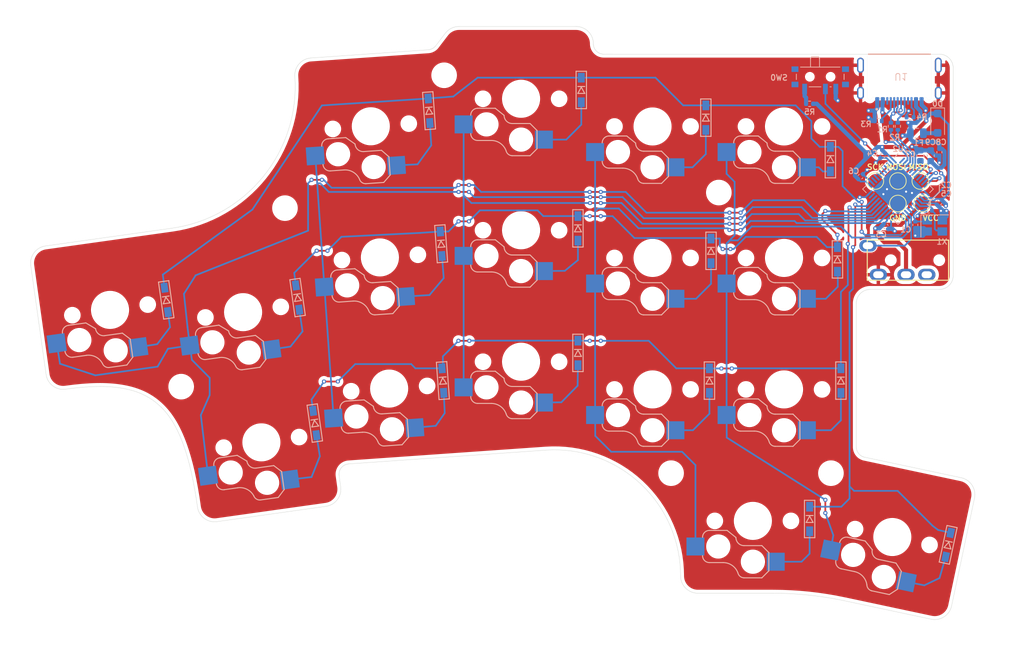
<source format=kicad_pcb>
(kicad_pcb (version 20221018) (generator pcbnew)
  (layers (0 "F.Cu" signal "Front") (1 "In1.Cu" signal) (2 "In2.Cu" signal) (31 "B.Cu" signal "Back") (34 "B.Paste" user) (35 "F.Paste" user) (36 "B.SilkS" user "B.Silkscreen") (37 "F.SilkS" user "F.Silkscreen") (38 "B.Mask" user) (39 "F.Mask" user) (44 "Edge.Cuts" user))
  (net 0 "")
  (net 1 "Net-(U2-XTAL1)")
  (net 2 "GND")
  (net 3 "Net-(U2-XTAL2)")
  (net 4 "VCC")
  (net 5 "Net-(U2-UCAP)")
  (net 6 "VBUS")
  (net 7 "/ROW0")
  (net 8 "Net-(D1-A)")
  (net 9 "/ROW1")
  (net 10 "Net-(D2-A)")
  (net 11 "/ROW2")
  (net 12 "Net-(D3-A)")
  (net 13 "/ROW3")
  (net 14 "Net-(D4-A)")
  (net 15 "Net-(D5-A)")
  (net 16 "Net-(D6-A)")
  (net 17 "Net-(D7-A)")
  (net 18 "Net-(D8-A)")
  (net 19 "Net-(D9-A)")
  (net 20 "Net-(D10-A)")
  (net 21 "Net-(D11-A)")
  (net 22 "Net-(D12-A)")
  (net 23 "Net-(D13-A)")
  (net 24 "Net-(D14-A)")
  (net 25 "/RAW")
  (net 26 "Net-(D16-A)")
  (net 27 "Net-(D17-A)")
  (net 28 "Net-(D18-A)")
  (net 30 "/serial")
  (net 31 "/D-")
  (net 32 "Net-(R1-Pad2)")
  (net 33 "Net-(R2-Pad1)")
  (net 34 "/D+")
  (net 35 "Net-(U1-CC)")
  (net 36 "Net-(U1-VCONN)")
  (net 37 "Net-(SW18-A)")
  (net 38 "/COL5")
  (net 39 "/COL4")
  (net 40 "/COL3")
  (net 41 "/COL2")
  (net 42 "/COL1")
  (net 43 "/RESET")
  (net 44 "/MISO")
  (net 45 "/SCK")
  (net 46 "/MOSI")
  (footprint "kbd:ChocV1_V2_Hotswap" (layer "F.Cu") (at 141.27922 57.538207)
    (fp_text reference "SW9" hide)
    (fp_text value "SW_PUSH" hide)
  )
  (footprint "TestPoint:TestPoint_Pad_D2.0mm" (layer "F.Cu") (at 199.235762 72.674729 90)
    (fp_text reference "TP3" hide)
    (fp_text value "TestPoint")
  )
  (footprint "MountingHole:MountingHole_3.2mm_M3" (layer "F.Cu") (at 169.859169 71.090425)
    (fp_text reference "H5" hide)
    (fp_text value "MountingHole")
  )
  (footprint "TestPoint:TestPoint_Pad_D2.0mm" (layer "F.Cu") (at 195.735762 69.424729)
    (fp_text reference "TP4" hide)
    (fp_text value "TestPoint")
  )
  (footprint "TestPoint:TestPoint_Pad_D2.0mm" (layer "F.Cu") (at 192.478045 69.424729)
    (fp_text reference "TP2" hide)
    (fp_text value "TestPoint")
  )
  (footprint "kbd:ChocV1_V2_Hotswap" (layer "F.Cu") (at 194.92922 120.868207 -12)
    (fp_text reference "SW4" hide)
    (fp_text value "SW_PUSH" hide)
  )
  (footprint "kbd:ChocV1_V2_Hotswap" (layer "F.Cu") (at 103.75422 107.188207 8)
    (fp_text reference "SW17" hide)
    (fp_text value "SW_PUSH" hide)
  )
  (footprint "kbd:ChocV1_V2_Hotswap" (layer "F.Cu") (at 120.87922 80.463207 4)
    (fp_text reference "SW13" hide)
    (fp_text value "SW_PUSH" hide)
  )
  (footprint "kbd:ChocV1_V2_Hotswap" (layer "F.Cu") (at 81.87922 88.048207 8)
    (fp_text reference "SW15" hide)
    (fp_text value "SW_PUSH" hide)
  )
  (footprint "MountingHole:MountingHole_3.2mm_M3" (layer "F.Cu") (at 107.159169 73.340425)
    (fp_text reference "H6" hide)
    (fp_text value "MountingHole")
  )
  (footprint "MountingHole:MountingHole_3.2mm_M3" (layer "F.Cu") (at 130.159169 54.140425)
    (fp_text reference "H4" hide)
    (fp_text value "MountingHole" hide)
  )
  (footprint "kbd:ChocV1_V2_Hotswap" (layer "F.Cu") (at 141.27922 76.538207)
    (fp_text reference "SW10" hide)
    (fp_text value "SW_PUSH" hide)
  )
  (footprint "kbd:ChocV1_V2_Hotswap" (layer "F.Cu") (at 179.27922 99.538207)
    (fp_text reference "SW3" hide)
    (fp_text value "SW_PUSH" hide)
  )
  (footprint "kbd:ChocV1_V2_Hotswap" (layer "F.Cu") (at 160.27922 80.538207)
    (fp_text reference "SW6" hide)
    (fp_text value "SW_PUSH" hide)
  )
  (footprint "kbd:ChocV1_V2_Hotswap" (layer "F.Cu") (at 160.27922 99.538207)
    (fp_text reference "SW7" hide)
    (fp_text value "SW_PUSH" hide)
  )
  (footprint "kbd:ChocV1_V2_Hotswap" (layer "F.Cu") (at 122.21422 99.418207 4)
    (fp_text reference "SW14" hide)
    (fp_text value "SW_PUSH" hide)
  )
  (footprint "kbd:ChocV1_V2_Hotswap" (layer "F.Cu") (at 141.27922 95.538207)
    (fp_text reference "SW11" hide)
    (fp_text value "SW_PUSH" hide)
  )
  (footprint "kbd:ChocV1_V2_Hotswap" (layer "F.Cu") (at 119.56422 61.512207 4)
    (fp_text reference "SW12" hide)
    (fp_text value "SW_PUSH" hide)
  )
  (footprint "kbd:ChocV1_V2_Hotswap" (layer "F.Cu") (at 179.27922 61.538207)
    (fp_text reference "SW1" hide)
    (fp_text value "SW_PUSH" hide)
  )
  (footprint "kbd:ChocV1_V2_Hotswap" (layer "F.Cu") (at 160.27922 61.538207)
    (fp_text reference "SW5" hide)
    (fp_text value "SW_PUSH" hide)
  )
  (footprint "kbd:ChocV1_V2_Hotswap" (layer "F.Cu") (at 101.10922 88.373207 8)
    (fp_text reference "SW16" hide)
    (fp_text value "SW_PUSH" hide)
  )
  (footprint "kbd:ChocV1_V2_Hotswap" (layer "F.Cu") (at 179.27922 80.538207)
    (fp_text reference "SW2" hide)
    (fp_text value "SW_PUSH" hide)
  )
  (footprint "kbd:ChocV1_V2_Hotswap" (layer "F.Cu") (at 174.77922 118.538207)
    (fp_text reference "SW8" hide)
    (fp_text value "SW_PUSH" hide)
  )
  (footprint "MountingHole:MountingHole_3.2mm_M3" (layer "F.Cu") (at 162.959169 111.640425)
    (fp_text reference "H3" hide)
    (fp_text value "MountingHole")
  )
  (footprint "kbd:MJ-4PP-9_1side" (layer "F.Cu") (at 203.209169 80.863207 -90)
    (fp_text reference "J1")
    (fp_text value "MJ-4PP-9" hide)
  )
  (footprint "TestPoint:TestPoint_Pad_D2.0mm" (layer "F.Cu") (at 195.735762 72.674729 90)
    (fp_text reference "TP5" hide)
    (fp_text value "TestPoint")
  )
  (footprint "MountingHole:MountingHole_3.2mm_M3" (layer "F.Cu") (at 92.159169 99.140425)
    (fp_text reference "H2" hide)
    (fp_text value "MountingHole")
  )
  (footprint "MountingHole:MountingHole_3.2mm_M3" (layer "F.Cu") (at 186.059169 111.640425)
    (fp_text reference "H1" hide)
    (fp_text value "MountingHole")
  )
  (footprint "TestPoint:TestPoint_Pad_D2.0mm" (layer "F.Cu") (at 198.978045 69.424729)
    (fp_text reference "TP1" hide)
    (fp_text value "TestPoint")
  )
  (footprint "Capacitor_SMD:C_0603_1608Metric" (layer "B.Cu") (at 198.978045 65.763207 90)
    (fp_text reference "C7")
    (fp_text value "1u")
  )
  (footprint "Crystal:Crystal_SMD_SeikoEpson_FA238-4Pin_3.2x2.5mm" (layer "B.Cu") (at 201.054327 75.913207)
    (fp_text reference "X1")
    (fp_text value "16MHz")
  )
  (footprint "kbd:D3_SMD_v2" (layer "B.Cu") (at 149.5 76.263207 -90)
    (fp_text reference "D10" hide)
    (fp_text value "D" hide)
  )
  (footprint "3435:usb-mid-mount" (layer "B.Cu") (at 195.954327 53.843207)
    (fp_text reference "U1")
    (fp_text value "~")
    (fp_line (start -4.62 -2.75) (end -4.62 3.45) (stroke (width 0.01)) (layer "Edge.Cuts"))
    (fp_line (start -3.82 3.45) (end 3.82 3.45) (stroke (width 0.01)) (layer "Edge.Cuts"))
    (fp_line (start 4.62 3.45) (end 4.62 -2.75) (stroke (width 0.01)) (layer "Edge.Cuts"))
    (fp_arc (start -4.295 3.85) (mid -4.540343 3.71731) (end -4.62 3.45) (stroke (width 0.01)) (layer "Edge.Cuts"))
    (fp_arc (start -3.97 3.57) (mid -4.07451 3.77731) (end -4.295 3.85) (stroke (width 0.01)) (layer "Edge.Cuts"))
    (fp_arc (start -3.97 3.57) (mid -3.919853 3.478934) (end -3.82 3.45) (stroke (width 0.01)) (layer "Edge.Cuts"))
    (fp_arc (start 3.82 3.45) (mid 3.919853 3.478934) (end 3.97 3.57) (stroke (width 0.01)) (layer "Edge.Cuts"))
    (fp_arc (start 4.295 3.85) (mid 4.07451 3.77731) (end 3.97 3.57) (stroke (width 0.01)) (layer "Edge.Cuts"))
    (fp_arc (start 4.62 3.45) (mid 4.540343 3.71731) (end 4.295 3.85) (stroke (width 0.01)) (layer "Edge.Cuts"))
  )
  (footprint "kbd:D3_SMD_v2" (layer "B.Cu") (at 167.97922 60.263207 -90)
    (fp_text reference "D5" hide)
    (fp_text value "D" hide)
  )
  (footprint "Resistor_SMD:R_0402_1005Metric" (layer "B.Cu") (at 197.5 60.2)
    (fp_text reference "R4")
    (fp_text value "5k1")
  )
  (footprint "Fuse:Fuse_0805_2012Metric" (layer "B.Cu") (at 198.478045 62.513207)
    (fp_text reference "F1")
    (fp_text value "500mA")
  )
  (footprint "kbd:D3_SMD_v2" (layer "B.Cu") (at 108.97922 86.263207 -82)
    (fp_text reference "D17" hide)
    (fp_text value "D" hide)
  )
  (footprint "Diode_SMD:D_SOD-123F" (layer "B.Cu") (at 201.478045 61.063207 -90)
    (fp_text reference "D15" hide)
    (fp_text value "D_Schottky")
  )
  (footprint "kbd:D3_SMD_v2" (layer "B.Cu") (at 182.97922 118.263207 -90)
    (fp_text reference "D8" hide)
    (fp_text value "D" hide)
  )
  (footprint "Capacitor_SMD:C_0402_1005Metric" (layer "B.Cu") (at 190.32922 68.788207 45)
    (fp_text reference "C6")
    (fp_text value "0u1")
  )
  (footprint "Resistor_SMD:R_0402_1005Metric" (layer "B.Cu") (at 195.728045 61.513207 -90)
    (fp_text reference "R2")
    (fp_text value "22")
  )
  (footprint "Capacitor_SMD:C_0402_1005Metric" (layer "B.Cu") (at 201.728045 65.263207 -90)
    (fp_text reference "C8")
    (fp_text value "0u1")
  )
  (footprint "kbd:D3_SMD_v2" (layer "B.Cu") (at 129.72922 78.488207 -86)
    (fp_text reference "D13" hide)
    (fp_text value "D" hide)
  )
  (footprint "kbd:D3_SMD_v2" (layer "B.Cu") (at 187 80.75 -90)
    (fp_text reference "D2" hide)
    (fp_text value "D" hide)
  )
  (footprint "kbd:D3_SMD_v2" (layer "B.Cu") (at 149.97922 56.263207 -90)
    (fp_text reference "D9" hide)
    (fp_text value "D" hide)
  )
  (footprint "Capacitor_SMD:C_0402_1005Metric" (layer "B.Cu") (at 200.179327 73.688207 180)
    (fp_text reference "C2")
    (fp_text value "12p")
  )
  (footprint "Resistor_SMD:R_0402_1005Metric" (layer "B.Cu") (at 194.728045 61.513207 90)
    (fp_text reference "R1")
    (fp_text value "22")
  )
  (footprint "kbd:D3_SMD_v2" (layer "B.Cu") (at 90 86.6 -82)
    (fp_text reference "D16" hide)
    (fp_text value "D" hide)
  )
  (footprint "kbd:D3_SMD_v2" (layer "B.Cu") (at 127.97922 59.263207 -86)
    (fp_text reference "D12" hide)
    (fp_text value "D" hide)
  )
  (footprint "kbd:D3_SMD_v2" (layer "B.Cu") (at 168.5 98.263207 -90)
    (fp_text reference "D7" hide)
    (fp_text value "D" hide)
  )
  (footprint "Package_DFN_QFN:QFN-44-1EP_7x7mm_P0.5mm_EP5.2x5.2mm" (layer "B.Cu") (at 195.747754 70.590425 -135)
    (fp_text reference "U2")
    (fp_text value "ATmega32U4-M")
  )
  (footprint "Resistor_SMD:R_0402_1005Metric" (layer "B.Cu") (at 192.89 60.75 180)
    (fp_text reference "R3")
    (fp_text value "5k1")
  )
  (footprint "kbd:D3_SMD_v2" (layer "B.Cu") (at 187.5 98.263207 -90)
    (fp_text reference "D3" hide)
    (fp_text value "D" hide)
  )
  (footprint "kbd:D3_SMD_v2" (layer "B.Cu") (at 203 122 -102)
    (fp_text reference "D4" hide)
    (fp_text value "D" hide)
  )
  (footprint "Resistor_SMD:R_0402_1005Metric" (layer "B.Cu") (at 182.978045 58.263207)
    (fp_text reference "R5")
    (fp_text value "10k")
  )
  (footprint "Capacitor_SMD:C_0402_1005Metric" (layer "B.Cu") (at 201.728045 72.513207 -135)
    (fp_text reference "C5")
    (fp_text value "0u1")
  )
  (footprint "kbd:D3_SMD_v2" (layer "B.Cu") (at 185.97922 66.263207 -90)
    (fp_text reference "D1" hide)
    (fp_text value "D" hide)
  )
  (footprint "kbd:D3_SMD_v2" (layer "B.Cu") (at 149.5 94.263207 -90)
    (fp_text reference "D11" hide)
    (fp_text value "D" hide)
  )
  (footprint "Capacitor_SMD:C_0402_1005Metric" (layer "B.Cu") (at 193.55422 65.738207 -135)
    (fp_text reference "C4")
    (fp_text value "0u1")
  )
  (footprint "Button_Switch_SMD:SW_SPDT_PCM12" (layer "B.Cu") (at 184.509215 54.690425)
    (fp_text reference "SW18" hide)
    (fp_text value "SW_SPDT")
  )
  (footprint "Capacitor_SMD:C_0603_1608Metric" (layer "B.Cu") (at 200.478045 65.763207 90)
    (fp_text reference "C9")
    (fp_text value "4u7")
  )
  (footprint "Capacitor_SMD:C_0402_1005Metric" (layer "B.Cu") (at 194 76 -45)
    (fp_text reference "C3")
    (fp_text value "0u1")
  )
  (footprint "Capacitor_SMD:C_0402_1005Metric" (layer "B.Cu") (at 198.25 75.763207 -90)
    (fp_text reference "C1")
    (fp_text value "12p")
  )
  (footprint "kbd:D3_SMD_v2" (layer "B.Cu") (at 129.97922 98.263207 -86)
    (fp_text reference "D14" hide)
    (fp_text value "D" hide)
  )
  (footprint "kbd:D3_SMD_v2" (layer "B.Cu") (at 168.72922 79.513207 -90)
    (fp_text reference "D6" hide)
    (fp_text value "D" hide)
  )
  (footprint "kbd:D3_SMD_v2" (layer "B.Cu") (at 111.47 104.4 -82)
    (fp_text reference "D18" hide)
    (fp_text value "D" hide)
  )
  (gr_line (start 200.22922 73.013207) (end 199.97922 72.763207) (stroke (width 0.1524)) (layer "B.SilkS"))
  (gr_line (start 201.85422 70.013207) (end 201.72922 70.013207) (stroke (width 0.1524)) (layer "B.SilkS"))
  (gr_line (start 200.22922 72.513207) (end 200.22922 73.013207) (stroke (width 0.1524)) (layer "B.SilkS"))
  (gr_line (start 201.72922 70.013207) (end 201.72922 71.013207) (stroke (width 0.1524)) (layer "B.SilkS"))
  (gr_line (start 201.72922 71.013207) (end 200.22922 72.513207) (stroke (width 0.1524)) (layer "B.SilkS"))
  (gr_line (start 200.22922 73.013207) (end 200.47922 72.763207) (stroke (width 0.1524)) (layer "B.SilkS"))
  (gr_line (start 108.749629 53.228005) (end 108.708125 53.342606) (stroke (width 0.05)) (layer "Edge.Cuts"))
  (gr_line (start 88.740825 101.622902) (end 88.477122 101.406106) (stroke (width 0.05)) (layer "Edge.Cuts"))
  (gr_line (start 202.75574 84.805603) (end 202.838336 84.753304) (stroke (width 0.05)) (layer "Edge.Cuts"))
  (gr_line (start 206.859332 114.775902) (end 206.857837 114.653496) (stroke (width 0.05)) (layer "Edge.Cuts"))
  (gr_line (start 159.846126 114.518197) (end 159.210124 113.825493) (stroke (width 0.05)) (layer "Edge.Cuts"))
  (gr_line (start 72.300624 78.856301) (end 72.17892 78.889397) (stroke (width 0.05)) (layer "Edge.Cuts"))
  (gr_line (start 189.866427 108.4898) (end 189.893825 108.546601) (stroke (width 0.05)) (layer "Edge.Cuts"))
  (gr_line (start 115.523234 110.637604) (end 115.464931 110.687706) (stroke (width 0.05)) (layer "Edge.Cuts"))
  (gr_line (start 102.083934 70.8592) (end 102.763026 70.193001) (stroke (width 0.05)) (layer "Edge.Cuts"))
  (gr_line (start 205.874331 112.7566) (end 205.775531 112.685097) (stroke (width 0.05)) (layer "Edge.Cuts"))
  (gr_line (start 189.965327 86.1475) (end 189.921527 86.234696) (stroke (width 0.05)) (layer "Edge.Cuts"))
  (gr_line (start 70.432125 80.8797) (end 70.415218 81.001801) (stroke (width 0.05)) (layer "Edge.Cuts"))
  (gr_line (start 75.332927 99.519204) (end 75.460735 99.504502) (stroke (width 0.05)) (layer "Edge.Cuts"))
  (gr_line (start 108.84933 53.005105) (end 108.796733 53.115403) (stroke (width 0.05)) (layer "Edge.Cuts"))
  (gr_line (start 95.629725 74.965798) (end 96.526332 74.583001) (stroke (width 0.05)) (layer "Edge.Cuts"))
  (gr_line (start 87.047526 100.472901) (end 86.736125 100.316002) (stroke (width 0.05)) (layer "Edge.Cuts"))
  (gr_line (start 96.00352 118.468102) (end 96.115626 118.5131) (stroke (width 0.05)) (layer "Edge.Cuts"))
  (gr_line (start 95.21403 117.930504) (end 95.300731 118.01371) (stroke (width 0.05)) (layer "Edge.Cuts"))
  (gr_line (start 90.601726 103.7128) (end 90.35702 103.367302) (stroke (width 0.05)) (layer "Edge.Cuts"))
  (gr_line (start 202.201343 132.519005) (end 202.309634 132.45971) (stroke (width 0.05)) (layer "Edge.Cuts"))
  (gr_line (start 203.445132 84.116105) (end 203.493136 84.031106) (stroke (width 0.05)) (layer "Edge.Cuts"))
  (gr_line (start 114.657023 115.556206) (end 114.731425 115.462105) (stroke (width 0.05)) (layer "Edge.Cuts"))
  (gr_line (start 110.538234 51.695099) (end 110.419139 51.724503) (stroke (width 0.05)) (layer "Edge.Cuts"))
  (gr_line (start 110.186732 51.800499) (end 110.073939 51.846802) (stroke (width 0.05)) (layer "Edge.Cuts"))
  (gr_line (start 114.01913 116.103295) (end 114.121837 116.038292) (stroke (width 0.05)) (layer "Edge.Cuts"))
  (gr_line (start 72.060131 78.928299) (end 71.944225 78.972802) (stroke (width 0.05)) (layer "Edge.Cuts"))
  (gr_line (start 108.337733 59.272698) (end 108.480937 58.302498) (stroke (width 0.05)) (layer "Edge.Cuts"))
  (gr_line (start 95.131434 117.843102) (end 95.21403 117.930504) (stroke (width 0.05)) (layer "Edge.Cuts"))
  (gr_line (start 81.391826 99.134499) (end 80.940623 99.119599) (stroke (width 0.05)) (layer "Edge.Cuts"))
  (gr_line (start 115.305324 110.856202) (end 115.258021 110.917901) (stroke (width 0.05)) (layer "Edge.Cuts"))
  (gr_line (start 203.180636 131.611901) (end 203.242236 131.506508) (stroke (width 0.05)) (layer "Edge.Cuts"))
  (gr_line (start 202.670535 84.853699) (end 202.755633 84.805596) (stroke (width 0.05)) (layer "Edge.Cuts"))
  (gr_line (start 151.654925 48.979905) (end 151.622325 48.862198) (stroke (width 0.05)) (layer "Edge.Cuts"))
  (gr_line (start 70.483425 80.640503) (end 70.45483 80.759202) (stroke (width 0.05)) (layer "Edge.Cuts"))
  (gr_line (start 130.522426 47.848198) (end 130.424922 47.954697) (stroke (width 0.05)) (layer "Edge.Cuts"))
  (gr_line (start 106.572322 64.764504) (end 106.969325 63.8947) (stroke (width 0.05)) (layer "Edge.Cuts"))
  (gr_line (start 152.524028 50.912598) (end 152.589427 50.945496) (stroke (width 0.05)) (layer "Edge.Cuts"))
  (gr_line (start 152.864726 51.044098) (end 152.936328 51.060204) (stroke (width 0.05)) (layer "Edge.Cuts"))
  (gr_line (start 114.981425 111.624199) (end 114.974421 111.700493) (stroke (width 0.05)) (layer "Edge.Cuts"))
  (gr_line (start 85.74232 99.903405) (end 85.389522 99.785202) (stroke (width 0.05)) (layer "Edge.Cuts"))
  (gr_line (start 205.348529 112.449395) (end 205.234729 112.403588) (stroke (width 0.05)) (layer "Edge.Cuts"))
  (gr_line (start 116.366435 110.303902) (end 116.289042 110.310906) (stroke (width 0.05)) (layer "Edge.Cuts"))
  (gr_line (start 203.718936 83.287003) (end 203.726336 83.1885) (stroke (width 0.05)) (layer "Edge.Cuts"))
  (gr_line (start 79.492228 99.129899) (end 78.975123 99.152398) (stroke (width 0.05)) (layer "Edge.Cuts"))
  (gr_line (start 94.084529 113.810997) (end 93.853923 112.598504) (stroke (width 0.05)) (layer "Edge.Cuts"))
  (gr_line (start 190.462329 85.542199) (end 190.38753 85.606698) (stroke (width 0.05)) (layer "Edge.Cuts"))
  (gr_line (start 190.315532 85.675103) (end 190.247127 85.746903) (stroke (width 0.05)) (layer "Edge.Cuts"))
  (gr_line (start 187.961131 130.071007) (end 186.689425 129.818001) (stroke (width 0.05)) (layer "Edge.Cuts"))
  (gr_line (start 151.730327 49.589303) (end 151.732226 49.663704) (stroke (width 0.05)) (layer "Edge.Cuts"))
  (gr_line (start 96.708034 118.655098) (end 96.83163 118.665902) (stroke (width 0.05)) (layer "Edge.Cuts"))
  (gr_line (start 202.494128 84.937005) (end 202.583331 84.8975) (stroke (width 0.05)) (layer "Edge.Cuts"))
  (gr_line (start 190.495227 109.173104) (end 190.551425 109.203202) (stroke (width 0.05)) (layer "Edge.Cuts"))
  (gr_line (start 151.622325 48.862198) (end 151.583926 48.746399) (stroke (width 0.05)) (layer "Edge.Cuts"))
  (gr_line (start 164.232928 124.607201) (end 164.11233 123.678399) (stroke (width 0.05)) (layer "Edge.Cuts"))
  (gr_line (start 128.843425 49.994698) (end 128.897029 49.935402) (stroke (width 0.05)) (layer "Edge.Cuts"))
  (gr_line (start 202.40314 84.972199) (end 202.494128 84.936997) (stroke (width 0.05)) (layer "Edge.Cuts"))
  (gr_line (start 203.668536 83.576798) (end 203.690036 83.481301) (stroke (width 0.05)) (layer "Edge.Cuts"))
  (gr_line (start 163.73083 121.853508) (end 163.471431 120.960915) (stroke (width 0.05)) (layer "Edge.Cuts"))
  (gr_line (start 203.336444 84.279198) (end 203.39284 84.198899) (stroke (width 0.05)) (layer "Edge.Cuts"))
  (gr_line (start 130.733424 47.654404) (end 130.625224 47.748101) (stroke (width 0.05)) (layer "Edge.Cuts"))
  (gr_line (start 151.907031 50.295601) (end 151.943126 50.359398) (stroke (width 0.05)) (layer "Edge.Cuts"))
  (gr_line (start 189.765529 108.188904) (end 189.780627 108.251206) (stroke (width 0.05)) (layer "Edge.Cuts"))
  (gr_line (start 115.235026 113.9907) (end 115.233027 113.864602) (stroke (width 0.05)) (layer "Edge.Cuts"))
  (gr_line (start 151.310328 48.202301) (end 151.239726 48.101899) (stroke (width 0.05)) (layer "Edge.Cuts"))
  (gr_line (start 206.836932 114.410302) (end 206.817645 114.289895) (stroke (width 0.05)) (layer "Edge.Cuts"))
  (gr_line (start 114.57812 115.646599) (end 114.657023 115.556206) (stroke (width 0.05)) (layer "Edge.Cuts"))
  (gr_line (start 190.875224 85.281098) (end 190.788028 85.324898) (stroke (width 0.05)) (layer "Edge.Cuts"))
  (gr_line (start 162.819125 119.223809) (end 162.427524 118.382607) (stroke (width 0.05)) (layer "Edge.Cuts"))
  (gr_line (start 115.214122 110.981698) (end 115.173625 111.047394) (stroke (width 0.05)) (layer "Edge.Cuts"))
  (gr_line (start 151.874125 50.230202) (end 151.906924 50.295601) (stroke (width 0.05)) (layer "Edge.Cuts"))
  (gr_line (start 109.363521 52.317299) (end 109.275722 52.404198) (stroke (width 0.05)) (layer "Edge.Cuts"))
  (gr_line (start 113.209834 116.412194) (end 113.334132 116.384896) (stroke (width 0.05)) (layer "Edge.Cuts"))
  (gr_line (start 189.739528 86.891602) (end 189.732226 86.990105) (stroke (width 0.05)) (layer "Edge.Cuts"))
  (gr_line (start 128.021228 50.436402) (end 128.099025 50.420403) (stroke (width 0.05)) (layer "Edge.Cuts"))
  (gr_line (start 201.827929 85.0868) (end 201.92644 85.079796) (stroke (width 0.05)) (layer "Edge.Cuts"))
  (gr_line (start 203.27634 51.821801) (end 203.211932 51.746903) (stroke (width 0.05)) (layer "Edge.Cuts"))
  (gr_line (start 70.40443 81.125504) (end 70.399425 81.250504) (stroke (width 0.05)) (layer "Edge.Cuts"))
  (gr_line (start 203.576632 83.854699) (end 203.611636 83.763596) (stroke (width 0.05)) (layer "Edge.Cuts"))
  (gr_line (start 150.814731 47.655503) (end 150.71773 47.579903) (stroke (width 0.05)) (layer "Edge.Cuts"))
  (gr_line (start 71.615627 79.137902) (end 71.51292 79.202904) (stroke (width 0.05)) (layer "Edge.Cuts"))
  (gr_line (start 166.46123 128.961907) (end 166.583232 128.977105) (stroke (width 0.05)) (layer "Edge.Cuts"))
  (gr_line (start 101.374034 71.494301) (end 102.083934 70.8592) (stroke (width 0.05)) (layer "Edge.Cuts"))
  (gr_line (start 151.375728 48.305703) (end 151.310328 48.202301) (stroke (width 0.05)) (layer "Edge.Cuts"))
  (gr_line (start 191.242328 85.149598) (end 191.148128 85.175698) (stroke (width 0.05)) (layer "Edge.Cuts"))
  (gr_line (start 70.45483 80.759202) (end 70.432125 80.8797) (stroke (width 0.05)) (layer "Edge.Cuts"))
  (gr_line (start 203.143435 51.675103) (end 203.071643 51.606705) (stroke (width 0.05)) (layer "Edge.Cuts"))
  (gr_line (start 203.143039 84.503502) (end 203.211337 84.431603) (stroke (width 0.05)) (layer "Edge.Cuts"))
  (gr_line (start 189.780627 108.251198) (end 189.798327 108.312401) (stroke (width 0.05)) (layer "Edge.Cuts"))
  (gr_line (start 190.620227 85.425301) (end 190.539828 85.481698) (stroke (width 0.05)) (layer "Edge.Cuts"))
  (gr_line (start 164.520526 127.446007) (end 164.570025 127.557503) (stroke (width 0.05)) (layer "Edge.Cuts"))
  (gr_line (start 151.718127 49.342202) (end 151.702929 49.220101) (stroke (width 0.05)) (layer "Edge.Cuts"))
  (gr_line (start 151.732226 49.663704) (end 151.737727 49.737504) (stroke (width 0.05)) (layer "Edge.Cuts"))
  (gr_line (start 80.940623 99.119599) (end 80.474025 99.113602) (stroke (width 0.05)) (layer "Edge.Cuts"))
  (gr_line (start 205.969531 112.832894) (end 205.874331 112.7566) (stroke (width 0.05)) (layer "Edge.Cuts"))
  (gr_line (start 89.581721 102.428704) (end 89.308925 102.146203) (stroke (width 0.05)) (layer "Edge.Cuts"))
  (gr_line (start 113.455821 116.351799) (end 113.574717 116.312905) (stroke (width 0.05)) (layer "Edge.Cuts"))
  (gr_line (start 201.728732 85.089303) (end 191.729732 85.089303) (stroke (width 0.05)) (layer "Edge.Cuts"))
  (gr_line (start 96.526332 74.583001) (end 97.399333 74.160401) (stroke (width 0.05)) (layer "Edge.Cuts"))
  (gr_line (start 72.637126 97.376801) (end 72.658321 97.503701) (stroke (width 0.05)) (layer "Edge.Cuts"))
  (gr_line (start 131.885325 47.126702) (end 131.745326 47.155404) (stroke (width 0.05)) (layer "Edge.Cuts"))
  (gr_line (start 203.445544 52.062401) (end 203.393329 51.979699) (stroke (width 0.05)) (layer "Edge.Cuts"))
  (gr_line (start 95.391124 118.092598) (end 95.485225 118.167) (stroke (width 0.05)) (layer "Edge.Cuts"))
  (gr_line (start 191.337825 85.128098) (end 191.242328 85.149598) (stroke (width 0.05)) (layer "Edge.Cuts"))
  (gr_line (start 108.796733 53.115403) (end 108.749629 53.228005) (stroke (width 0.05)) (layer "Edge.Cuts"))
  (gr_line (start 164.378825 126.979302) (end 164.405726 127.098702) (stroke (width 0.05)) (layer "Edge.Cuts"))
  (gr_line (start 153.155826 51.087403) (end 153.230327 51.089303) (stroke (width 0.05)) (layer "Edge.Cuts"))
  (gr_line (start 130.625331 47.748101) (end 130.522433 47.848198) (stroke (width 0.05)) (layer "Edge.Cuts"))
  (gr_line (start 115.173625 111.047402) (end 115.136821 111.1148) (stroke (width 0.05)) (layer "Edge.Cuts"))
  (gr_line (start 73.806621 99.1605) (end 73.910427 99.220803) (stroke (width 0.05)) (layer "Edge.Cuts"))
  (gr_line (start 114.985621 112.008996) (end 115.210628 113.609597) (stroke (width 0.05)) (layer "Edge.Cuts"))
  (gr_line (start 189.841327 108.4319) (end 189.866427 108.4898) (stroke (width 0.05)) (layer "Edge.Cuts"))
  (gr_line (start 107.643229 62.096703) (end 107.917827 61.171105) (stroke (width 0.05)) (layer "Edge.Cuts"))
  (gr_line (start 72.178936 78.889405) (end 72.060131 78.928307) (stroke (width 0.05)) (layer "Edge.Cuts"))
  (gr_line (start 74.126735 99.3265) (end 74.238735 99.371499) (stroke (width 0.05)) (layer "Edge.Cuts"))
  (gr_line (start 91.82693 76.074303) (end 92.808024 75.863106) (stroke (width 0.05)) (layer "Edge.Cuts"))
  (gr_line (start 114.801326 115.364602) (end 114.866527 115.263909) (stroke (width 0.05)) (layer "Edge.Cuts"))
  (gr_line (start 165.87363 128.799004) (end 165.98743 128.842904) (stroke (width 0.05)) (layer "Edge.Cuts"))
  (gr_line (start 189.818629 108.372704) (end 189.841334 108.4319) (stroke (width 0.05)) (layer "Edge.Cuts"))
  (gr_line (start 83.444423 99.335503) (end 83.058421 99.279206) (stroke (width 0.05)) (layer "Edge.Cuts"))
  (gr_line (start 151.540027 48.632599) (end 151.490626 48.521096) (stroke (width 0.05)) (layer "Edge.Cuts"))
  (gr_line (start 203.577136 52.323899) (end 203.537539 52.234696) (stroke (width 0.05)) (layer "Edge.Cuts"))
  (gr_line (start 73.33723 98.788903) (end 73.423824 98.872002) (stroke (width 0.05)) (layer "Edge.Cuts"))
  (gr_line (start 148.585628 108.437401) (end 147.657725 108.334298) (stroke (width 0.05)) (layer "Edge.Cuts"))
  (gr_line (start 115.989222 110.3797) (end 115.91743 110.406197) (stroke (width 0.05)) (layer "Edge.Cuts"))
  (gr_line (start 202.615832 132.249901) (end 202.71004 132.170708) (stroke (width 0.05)) (layer "Edge.Cuts"))
  (gr_line (start 189.989833 108.708703) (end 190.064631 108.809304) (stroke (width 0.05)) (layer "Edge.Cuts"))
  (gr_line (start 190.539828 85.481698) (end 190.462329 85.542199) (stroke (width 0.05)) (layer "Edge.Cuts"))
  (gr_line (start 116.289027 110.311303) (end 116.212428 110.322701) (stroke (width 0.05)) (layer "Edge.Cuts"))
  (gr_line (start 110.301921 51.759697) (end 110.186625 51.800499) (stroke (width 0.05)) (layer "Edge.Cuts"))
  (gr_line (start 71.31863 79.346703) (end 71.22723 79.425202) (stroke (width 0.05)) (layer "Edge.Cuts"))
  (gr_line (start 190.551524 109.203202) (end 190.609324 109.230904) (stroke (width 0.05)) (layer "Edge.Cuts"))
  (gr_line (start 86.083934 100.031304) (end 85.742335 99.903405) (stroke (width 0.05)) (layer "Edge.Cuts"))
  (gr_line (start 96.115626 118.5131) (end 96.230021 118.552804) (stroke (width 0.05)) (layer "Edge.Cuts"))
  (gr_line (start 94.978724 117.656395) (end 95.052928 117.751702) (stroke (width 0.05)) (layer "Edge.Cuts"))
  (gr_line (start 206.804828 115.265297) (end 203.499042 130.817803) (stroke (width 0.05)) (layer "Edge.Cuts"))
  (gr_line (start 206.232135 113.089196) (end 206.148639 112.999291) (stroke (width 0.05)) (layer "Edge.Cuts"))
  (gr_line (start 152.589427 50.945504) (end 152.656329 50.975098) (stroke (width 0.05)) (layer "Edge.Cuts"))
  (gr_line (start 163.167331 120.083794) (end 162.819133 119.223793) (stroke (width 0.05)) (layer "Edge.Cuts"))
  (gr_line (start 70.76823 79.977303) (end 70.707927 80.081101) (stroke (width 0.05)) (layer "Edge.Cuts"))
  (gr_line (start 206.792529 114.170601) (end 206.761645 114.052498) (stroke (width 0.05)) (layer "Edge.Cuts"))
  (gr_line (start 108.579432 54.186402) (end 108.585429 54.310303) (stroke (width 0.05)) (layer "Edge.Cuts"))
  (gr_line (start 94.909022 117.557396) (end 94.978724 117.656395) (stroke (width 0.05)) (layer "Edge.Cuts"))
  (gr_line (start 190.122325 85.899399) (end 190.065829 85.979699) (stroke (width 0.05)) (layer "Edge.Cuts"))
  (gr_line (start 163.944728 122.759896) (end 163.73083 121.853493) (stroke (width 0.05)) (layer "Edge.Cuts"))
  (gr_line (start 201.977939 132.620903) (end 202.090732 132.572808) (stroke (width 0.05)) (layer "Edge.Cuts"))
  (gr_line (start 190.854129 109.317399) (end 190.918429 109.332596) (stroke (width 0.05)) (layer "Edge.Cuts"))
  (gr_line (start 145.782428 108.271401) (end 144.838428 108.312897) (stroke (width 0.05)) (layer "Edge.Cuts"))
  (gr_line (start 108.599223 53.8181) (end 108.586619 53.940102) (stroke (width 0.05)) (layer "Edge.Cuts"))
  (gr_line (start 94.535228 116.645302) (end 94.562434 116.769707) (stroke (width 0.05)) (layer "Edge.Cuts"))
  (gr_line (start 73.514232 98.950898) (end 73.608333 99.025399) (stroke (width 0.05)) (layer "Edge.Cuts"))
  (gr_line (start 94.562434 116.769707) (end 94.59553 116.891411) (stroke (width 0.05)) (layer "Edge.Cuts"))
  (gr_line (start 202.310443 85.0028) (end 202.40314 84.972199) (stroke (width 0.05)) (layer "Edge.Cuts"))
  (gr_line (start 153.00883 51.072899) (end 153.082133 51.082001) (stroke (width 0.05)) (layer "Edge.Cuts"))
  (gr_line (start 87.643428 100.8163) (end 87.349833 100.639702) (stroke (width 0.05)) (layer "Edge.Cuts"))
  (gr_line (start 109.648829 52.085305) (end 109.550227 52.157708) (stroke (width 0.05)) (layer "Edge.Cuts"))
  (gr_line (start 166.103229 128.881203) (end 166.221026 128.913903) (stroke (width 0.05)) (layer "Edge.Cuts"))
  (gr_line (start 115.233333 113.864602) (end 115.225337 113.737496) (stroke (width 0.05)) (layer "Edge.Cuts"))
  (gr_line (start 164.570025 127.557503) (end 164.624827 127.666497) (stroke (width 0.05)) (layer "Edge.Cuts"))
  (gr_line (start 89.309031 102.146203) (end 89.028834 101.8779) (stroke (width 0.05)) (layer "Edge.Cuts"))
  (gr_line (start 189.732326 86.990098) (end 189.729831 87.089295) (stroke (width 0.05)) (layer "Edge.Cuts"))
  (gr_line (start 151.746829 49.810799) (end 151.759433 49.883301) (stroke (width 0.05)) (layer "Edge.Cuts"))
  (gr_line (start 72.551921 78.8079) (end 72.425014 78.829003) (stroke (width 0.05)) (layer "Edge.Cuts"))
  (gr_line (start 149.504725 108.587502) (end 148.585628 108.437401) (stroke (width 0.05)) (layer "Edge.Cuts"))
  (gr_line (start 202.996432 84.636399) (end 203.071139 84.5719) (stroke (width 0.05)) (layer "Edge.Cuts"))
  (gr_line (start 108.14973 60.229302) (end 108.337733 59.272706) (stroke (width 0.05)) (layer "Edge.Cuts"))
  (gr_line (start 72.802135 97.984498) (end 72.85194 98.097298) (stroke (width 0.05)) (layer "Edge.Cuts"))
  (gr_line (start 202.309634 132.459694) (end 202.41524 132.394692) (stroke (width 0.05)) (layer "Edge.Cuts"))
  (gr_line (start 115.02563 111.399407) (end 115.007136 111.473504) (stroke (width 0.05)) (layer "Edge.Cuts"))
  (gr_line (start 190.440532 109.140801) (end 190.495227 109.173104) (stroke (width 0.05)) (layer "Edge.Cuts"))
  (gr_line (start 202.919131 51.481698) (end 202.83884 51.425301) (stroke (width 0.05)) (layer "Edge.Cuts"))
  (gr_line (start 202.024127 85.067399) (end 202.12073 85.050499) (stroke (width 0.05)) (layer "Edge.Cuts"))
  (gr_line (start 203.211932 51.746903) (end 203.143435 51.675103) (stroke (width 0.05)) (layer "Edge.Cuts"))
  (gr_line (start 102.763026 70.193001) (end 103.410426 69.497002) (stroke (width 0.05)) (layer "Edge.Cuts"))
  (gr_line (start 96.465327 118.615502) (end 96.585826 118.638298) (stroke (width 0.05)) (layer "Edge.Cuts"))
  (gr_line (start 128.787127 50.050805) (end 128.843425 49.994706) (stroke (width 0.05)) (layer "Edge.Cuts"))
  (gr_line (start 109.550227 52.1577) (end 109.455028 52.2351) (stroke (width 0.05)) (layer "Edge.Cuts"))
  (gr_line (start 203.298633 131.398201) (end 203.349841 131.286995) (stroke (width 0.05)) (layer "Edge.Cuts"))
  (gr_line (start 190.247127 85.746903) (end 190.182727 85.821801) (stroke (width 0.05)) (layer "Edge.Cuts"))
  (gr_line (start 202.885333 131.999596) (end 202.966342 131.908089) (stroke (width 0.05)) (layer "Edge.Cuts"))
  (gr_line (start 115.179927 114.482003) (end 115.202723 114.361504) (stroke (width 0.05)) (layer "Edge.Cuts"))
  (gr_line (start 73.910427 99.220803) (end 74.017223 99.2762) (stroke (width 0.05)) (layer "Edge.Cuts"))
  (gr_line (start 164.624827 127.666497) (end 164.685031 127.772789) (stroke (width 0.05)) (layer "Edge.Cuts"))
  (gr_line (start 201.863131 132.663399) (end 201.977939 132.620903) (stroke (width 0.05)) (layer "Edge.Cuts"))
  (gr_line (start 115.073924 111.254403) (end 115.047923 111.326302) (stroke (width 0.05)) (layer "Edge.Cuts"))
  (gr_line (start 201.82854 51.091698) (end 200.574327 51.091698) (stroke (width 0.05)) (layer "Edge.Cuts"))
  (gr_line (start 200.655734 132.766198) (end 200.778125 132.782799) (stroke (width 0.05)) (layer "Edge.Cuts"))
  (gr_line (start 84.260829 99.487298) (end 83.859324 99.406701) (stroke (width 0.05)) (layer "Edge.Cuts"))
  (gr_line (start 70.557231 80.409501) (end 70.517528 80.523903) (stroke (width 0.05)) (layer "Edge.Cuts"))
  (gr_line (start 105.66273 66.439698) (end 106.136424 65.613297) (stroke (width 0.05)) (layer "Edge.Cuts"))
  (gr_line (start 151.702929 49.220101) (end 151.681926 49.099305) (stroke (width 0.05)) (layer "Edge.Cuts"))
  (gr_line (start 203.64284 52.507599) (end 203.61214 52.414902) (stroke (width 0.05)) (layer "Edge.Cuts"))
  (gr_line (start 128.536029 50.242005) (end 128.602328 50.199402) (stroke (width 0.05)) (layer "Edge.Cuts"))
  (gr_line (start 190.703029 85.373002) (end 190.620227 85.425301) (stroke (width 0.05)) (layer "Edge.Cuts"))
  (gr_line (start 108.970622 52.792298) (end 108.907329 52.8974) (stroke (width 0.05)) (layer "Edge.Cuts"))
  (gr_line (start 151.435725 48.412102) (end 151.375728 48.305703) (stroke (width 0.05)) (layer "Edge.Cuts"))
  (gr_line (start 114.866527 115.263894) (end 114.926921 115.159996) (stroke (width 0.05)) (layer "Edge.Cuts"))
  (gr_line (start 150.18703 47.279603) (end 150.073329 47.235703) (stroke (width 0.05)) (layer "Edge.Cuts"))
  (gr_line (start 164.33343 126.613305) (end 164.342631 126.736397) (stroke (width 0.05)) (layer "Edge.Cuts"))
  (gr_line (start 84.649333 99.577103) (end 84.260829 99.487305) (stroke (width 0.05)) (layer "Edge.Cuts"))
  (gr_line (start 205.234729 112.403603) (end 205.118533 112.363396) (stroke (width 0.05)) (layer "Edge.Cuts"))
  (gr_line (start 115.847133 110.436203) (end 115.778438 110.469704) (stroke (width 0.05)) (layer "Edge.Cuts"))
  (gr_line (start 114.926921 115.159996) (end 114.982326 115.053292) (stroke (width 0.05)) (layer "Edge.Cuts"))
  (gr_line (start 201.023242 132.797905) (end 201.145633 132.795907) (stroke (width 0.05)) (layer "Edge.Cuts"))
  (gr_line (start 203.071643 51.606698) (end 202.996737 51.542199) (stroke (width 0.05)) (layer "Edge.Cuts"))
  (gr_line (start 164.476726 127.332207) (end 164.520526 127.446007) (stroke (width 0.05)) (layer "Edge.Cuts"))
  (gr_line (start 99.070231 73.200898) (end 99.866237 72.666398) (stroke (width 0.05)) (layer "Edge.Cuts"))
  (gr_line (start 164.330325 126.489296) (end 164.305926 125.544701) (stroke (width 0.05)) (layer "Edge.Cuts"))
  (gr_line (start 206.311328 113.183297) (end 206.232135 113.089196) (stroke (width 0.05)) (layer "Edge.Cuts"))
  (gr_line (start 201.728732 85.089303) (end 201.827929 85.086304) (stroke (width 0.05)) (layer "Edge.Cuts"))
  (gr_line (start 166.340327 128.940804) (end 166.46123 128.961907) (stroke (width 0.05)) (layer "Edge.Cuts"))
  (gr_line (start 190.609324 109.230904) (end 190.668529 109.256302) (stroke (width 0.05)) (layer "Edge.Cuts"))
  (gr_line (start 97.399333 74.160401) (end 98.24763 73.699303) (stroke (width 0.05)) (layer "Edge.Cuts"))
  (gr_line (start 109.455028 52.2351) (end 109.363521 52.317299) (stroke (width 0.05)) (layer "Edge.Cuts"))
  (gr_line (start 73.101833 98.514801) (end 73.176036 98.6101) (stroke (width 0.05)) (layer "Edge.Cuts"))
  (gr_line (start 203.707339 52.793999) (end 203.690433 52.697297) (stroke (width 0.05)) (layer "Edge.Cuts"))
  (gr_line (start 106.969432 63.8947) (end 107.326732 63.004998) (stroke (width 0.05)) (layer "Edge.Cuts"))
  (gr_line (start 93.61262 111.471398) (end 93.360225 110.423501) (stroke (width 0.05)) (layer "Edge.Cuts"))
  (gr_line (start 70.60223 80.297402) (end 70.557231 80.409501) (stroke (width 0.05)) (layer "Edge.Cuts"))
  (gr_line (start 150.617328 47.509301) (end 150.513926 47.443902) (stroke (width 0.05)) (layer "Edge.Cuts"))
  (gr_line (start 94.514033 116.518395) (end 94.30453 115.115502) (stroke (width 0.05)) (layer "Edge.Cuts"))
  (gr_line (start 202.71004 132.170708) (end 202.799945 132.087212) (stroke (width 0.05)) (layer "Edge.Cuts"))
  (gr_line (start 87.928935 101.0029) (end 87.643428 100.8163) (stroke (width 0.05)) (layer "Edge.Cuts"))
  (gr_line (start 189.768527 86.697304) (end 189.751727 86.793908) (stroke (width 0.05)) (layer "Edge.Cuts"))
  (gr_line (start 81.828425 99.158104) (end 81.391826 99.134507) (stroke (width 0.05)) (layer "Edge.Cuts"))
  (gr_line (start 189.751727 86.7939) (end 189.739528 86.891602) (stroke (width 0.05)) (layer "Edge.Cuts"))
  (gr_line (start 190.064631 108.809304) (end 190.147532 108.903405) (stroke (width 0.05)) (layer "Edge.Cuts"))
  (gr_line (start 203.47034 130.938408) (end 203.499133 130.817803) (stroke (width 0.05)) (layer "Edge.Cuts"))
  (gr_line (start 159.210231 113.825509) (end 158.536128 113.163414) (stroke (width 0.05)) (layer "Edge.Cuts"))
  (gr_line (start 144.838428 108.312905) (end 116.36642 110.303902) (stroke (width 0.05)) (layer "Edge.Cuts"))
  (gr_line (start 158.536128 113.163399) (end 157.828631 112.537102) (stroke (width 0.05)) (layer "Edge.Cuts"))
  (gr_line (start 73.705821 99.095299) (end 73.806621 99.1605) (stroke (width 0.05)) (layer "Edge.Cuts"))
  (gr_line (start 202.41524 132.394707) (end 202.517535 132.324608) (stroke (width 0.05)) (layer "Edge.Cuts"))
  (gr_line (start 114.407527 115.815896) (end 114.494929 115.7333) (stroke (width 0.05)) (layer "Edge.Cuts"))
  (gr_line (start 115.230327 114.1157) (end 115.235332 113.9907) (stroke (width 0.05)) (layer "Edge.Cuts"))
  (gr_line (start 130.42493 47.954705) (end 130.333232 48.067307) (stroke (width 0.05)) (layer "Edge.Cuts"))
  (gr_line (start 71.22723 79.425202) (end 71.139827 79.507905) (stroke (width 0.05)) (layer "Edge.Cuts"))
  (gr_line (start 151.982326 50.421502) (end 152.024623 50.481705) (stroke (width 0.05)) (layer "Edge.Cuts"))
  (gr_line (start 71.056621 79.594498) (end 70.977825 79.684998) (stroke (width 0.05)) (layer "Edge.Cuts"))
  (gr_line (start 161.000529 115.9889) (end 160.443126 115.239907) (stroke (width 0.05)) (layer "Edge.Cuts"))
  (gr_line (start 166.706325 128.986199) (end 166.830325 128.989205) (stroke (width 0.05)) (layer "Edge.Cuts"))
  (gr_line (start 203.728732 83.089303) (end 203.729236 53.089303) (stroke (width 0.05)) (layer "Edge.Cuts"))
  (gr_line (start 94.59553 116.891396) (end 94.634532 117.010293) (stroke (width 0.05)) (layer "Edge.Cuts"))
  (gr_line (start 96.585826 118.638298) (end 96.708018 118.655098) (stroke (width 0.05)) (layer "Edge.Cuts"))
  (gr_line (start 100.634425 72.0971) (end 101.374019 71.494301) (stroke (width 0.05)) (layer "Edge.Cuts"))
  (gr_line (start 82.66093 99.230698) (end 82.251231 99.1903) (stroke (width 0.05)) (layer "Edge.Cuts"))
  (gr_line (start 150.513926 47.443902) (end 150.407626 47.383805) (stroke (width 0.05)) (layer "Edge.Cuts"))
  (gr_line (start 191.05543 85.206398) (end 190.964427 85.241501) (stroke (width 0.05)) (layer "Edge.Cuts"))
  (gr_line (start 131.607425 47.191903) (end 131.472224 47.2361) (stroke (width 0.05)) (layer "Edge.Cuts"))
  (gr_line (start 202.121341 51.128098) (end 202.024737 51.111199) (stroke (width 0.05)) (layer "Edge.Cuts"))
  (gr_line (start 189.816325 86.507599) (end 189.790126 86.601799) (stroke (width 0.05)) (layer "Edge.Cuts"))
  (gr_line (start 150.998126 47.821503) (end 150.908328 47.736001) (stroke (width 0.05)) (layer "Edge.Cuts"))
  (gr_line (start 203.393329 51.979699) (end 203.336932 51.899399) (stroke (width 0.05)) (layer "Edge.Cuts"))
  (gr_line (start 73.254528 98.7015) (end 73.33723 98.788903) (stroke (width 0.05)) (layer "Edge.Cuts"))
  (gr_line (start 205.775531 112.685097) (end 205.673327 112.618493) (stroke (width 0.05)) (layer "Edge.Cuts"))
  (gr_line (start 115.103526 111.183907) (end 115.073924 111.254403) (stroke (width 0.05)) (layer "Edge.Cuts"))
  (gr_line (start 189.923625 108.601998) (end 189.989833 108.708695) (stroke (width 0.05)) (layer "Edge.Cuts"))
  (gr_line (start 80.474132 99.113701) (end 79.991633 99.1167) (stroke (width 0.05)) (layer "Edge.Cuts"))
  (gr_line (start 203.071139 84.5719) (end 203.143039 84.503502) (stroke (width 0.05)) (layer "Edge.Cuts"))
  (gr_line (start 189.790027 86.601799) (end 189.768527 86.697297) (stroke (width 0.05)) (layer "Edge.Cuts"))
  (gr_line (start 166.583125 128.977105) (end 166.706325 128.986107) (stroke (width 0.05)) (layer "Edge.Cuts"))
  (gr_line (start 157.828525 112.537102) (end 157.093226 111.951104) (stroke (width 0.05)) (layer "Edge.Cuts"))
  (gr_line (start 71.512935 79.202904) (end 71.413936 79.272507) (stroke (width 0.05)) (layer "Edge.Cuts"))
  (gr_line (start 189.729823 87.089303) (end 189.730327 107.865403) (stroke (width 0.05)) (layer "Edge.Cuts"))
  (gr_line (start 108.578227 57.319901) (end 108.628734 56.326104) (stroke (width 0.05)) (layer "Edge.Cuts"))
  (gr_line (start 205.118533 112.363396) (end 204.999942 112.328896) (stroke (width 0.05)) (layer "Edge.Cuts"))
  (gr_line (start 94.783931 117.348504) (end 94.844035 117.454705) (stroke (width 0.05)) (layer "Edge.Cuts"))
  (gr_line (start 190.013423 86.062401) (end 189.965327 86.1475) (stroke (width 0.05)) (layer "Edge.Cuts"))
  (gr_line (start 95.300731 118.013695) (end 95.391124 118.092598) (stroke (width 0.05)) (layer "Edge.Cuts"))
  (gr_line (start 70.399822 81.250504) (end 70.401821 81.376603) (stroke (width 0.05)) (layer "Edge.Cuts"))
  (gr_line (start 203.211444 84.431603) (end 203.275836 84.356804) (stroke (width 0.05)) (layer "Edge.Cuts"))
  (gr_line (start 98.24763 73.699303) (end 99.070231 73.200905) (stroke (width 0.05)) (layer "Edge.Cuts"))
  (gr_line (start 108.672221 53.459198) (end 108.642024 53.577401) (stroke (width 0.05)) (layer "Edge.Cuts"))
  (gr_line (start 206.682544 113.821206) (end 206.634234 113.708413) (stroke (width 0.05)) (layer "Edge.Cuts"))
  (gr_line (start 149.957431 47.197403) (end 149.839732 47.164704) (stroke (width 0.05)) (layer "Edge.Cuts"))
  (gr_line (start 113.574733 116.312905) (end 113.690639 116.26841) (stroke (width 0.05)) (layer "Edge.Cuts"))
  (gr_line (start 152.337825 50.794999) (end 152.398128 50.837296) (stroke (width 0.05)) (layer "Edge.Cuts"))
  (gr_line (start 206.804828 115.265297) (end 206.82764 115.143395) (stroke (width 0.05)) (layer "Edge.Cuts"))
  (gr_line (start 200.533832 132.743401) (end 200.655734 132.766198) (stroke (width 0.05)) (layer "Edge.Cuts"))
  (gr_line (start 203.537539 52.234704) (end 203.49364 52.147507) (stroke (width 0.05)) (layer "Edge.Cuts"))
  (gr_line (start 202.216739 51.149598) (end 202.121341 51.128098) (stroke (width 0.05)) (layer "Edge.Cuts"))
  (gr_line (start 150.407626 47.383805) (end 150.298526 47.329003) (stroke (width 0.05)) (layer "Edge.Cuts"))
  (gr_line (start 200.900744 132.793404) (end 201.023334 132.798409) (stroke (width 0.05)) (layer "Edge.Cuts"))
  (gr_line (start 191.334422 51.093201) (end 153.230327 51.089303) (stroke (width 0.05)) (layer "Edge.Cuts"))
  (gr_line (start 74.35313 99.411202) (end 74.469829 99.445305) (stroke (width 0.05)) (layer "Edge.Cuts"))
  (gr_line (start 203.395633 131.173195) (end 203.435733 131.056893) (stroke (width 0.05)) (layer "Edge.Cuts"))
  (gr_line (start 206.854831 114.898507) (end 206.859332 114.775902) (stroke (width 0.05)) (layer "Edge.Cuts"))
  (gr_line (start 206.761538 114.052498) (end 206.724841 113.935997) (stroke (width 0.05)) (layer "Edge.Cuts"))
  (gr_line (start 128.099025 50.420403) (end 128.175822 50.4003) (stroke (width 0.05)) (layer "Edge.Cuts"))
  (gr_line (start 72.967128 98.313103) (end 73.032131 98.415703) (stroke (width 0.05)) (layer "Edge.Cuts"))
  (gr_line (start 132.316531 47.089303) (end 149.230327 47.089303) (stroke (width 0.05)) (layer "Edge.Cuts"))
  (gr_line (start 97.082728 118.668908) (end 97.209834 118.660912) (stroke (width 0.05)) (layer "Edge.Cuts"))
  (gr_line (start 94.514033 116.518395) (end 94.535228 116.645302) (stroke (width 0.05)) (layer "Edge.Cuts"))
  (gr_line (start 151.727328 49.465302) (end 151.718127 49.342202) (stroke (width 0.05)) (layer "Edge.Cuts"))
  (gr_line (start 114.982326 115.053307) (end 115.032527 114.94381) (stroke (width 0.05)) (layer "Edge.Cuts"))
  (gr_line (start 191.630733 85.091698) (end 191.532229 85.098702) (stroke (width 0.05)) (layer "Edge.Cuts"))
  (gr_line (start 96.95663 118.670601) (end 97.082728 118.668602) (stroke (width 0.05)) (layer "Edge.Cuts"))
  (gr_line (start 202.494632 51.241501) (end 202.403644 51.206398) (stroke (width 0.05)) (layer "Edge.Cuts"))
  (gr_line (start 95.787333 118.362404) (end 95.894038 118.417809) (stroke (width 0.05)) (layer "Edge.Cuts"))
  (gr_line (start 94.634532 117.010308) (end 94.678935 117.126107) (stroke (width 0.05)) (layer "Edge.Cuts"))
  (gr_line (start 201.628528 132.730996) (end 201.746631 132.700097) (stroke (width 0.05)) (layer "Edge.Cuts"))
  (gr_line (start 72.851924 98.097298) (end 72.907024 98.206894) (stroke (width 0.05)) (layer "Edge.Cuts"))
  (gr_line (start 128.32503 50.348298) (end 128.397227 50.316597) (stroke (width 0.05)) (layer "Edge.Cuts"))
  (gr_line (start 190.335933 109.069703) (end 190.387431 109.106301) (stroke (width 0.05)) (layer "Edge.Cuts"))
  (gr_line (start 86.736125 100.316002) (end 86.415126 100.168801) (stroke (width 0.05)) (layer "Edge.Cuts"))
  (gr_line (start 108.480922 58.302498) (end 108.578227 57.319901) (stroke (width 0.05)) (layer "Edge.Cuts"))
  (gr_line (start 71.944225 78.972802) (end 71.831432 79.022698) (stroke (width 0.05)) (layer "Edge.Cuts"))
  (gr_line (start 152.936328 51.060204) (end 153.00883 51.072907) (stroke (width 0.05)) (layer "Edge.Cuts"))
  (gr_line (start 74.238735 99.371499) (end 74.35313 99.411202) (stroke (width 0.05)) (layer "Edge.Cuts"))
  (gr_line (start 164.685031 127.772805) (end 164.75043 127.876305) (stroke (width 0.05)) (layer "Edge.Cuts"))
  (gr_line (start 206.81763 114.289895) (end 206.792529 114.170601) (stroke (width 0.05)) (layer "Edge.Cuts"))
  (gr_line (start 105.152324 67.242501) (end 105.66273 66.439698) (stroke (width 0.05)) (layer "Edge.Cuts"))
  (gr_line (start 115.047923 111.326302) (end 115.02563 111.399407) (stroke (width 0.05)) (layer "Edge.Cuts"))
  (gr_line (start 115.151423 114.600701) (end 115.179927 114.482003) (stroke (width 0.05)) (layer "Edge.Cuts"))
  (gr_line (start 205.459643 112.500496) (end 205.348529 112.449395) (stroke (width 0.05)) (layer "Edge.Cuts"))
  (gr_line (start 130.846324 47.5672) (end 130.733424 47.654397) (stroke (width 0.05)) (layer "Edge.Cuts"))
  (gr_line (start 130.963725 47.486901) (end 130.846324 47.5672) (stroke (width 0.05)) (layer "Edge.Cuts"))
  (gr_line (start 202.756244 51.373002) (end 202.67113 51.324898) (stroke (width 0.05)) (layer "Edge.Cuts"))
  (gr_line (start 128.467525 50.281098) (end 128.536021 50.241997) (stroke (width 0.05)) (layer "Edge.Cuts"))
  (gr_line (start 184.130031 129.412697) (end 182.843623 129.260491) (stroke (width 0.05)) (layer "Edge.Cuts"))
  (gr_line (start 151.737727 49.737504) (end 151.746829 49.810807) (stroke (width 0.05)) (layer "Edge.Cuts"))
  (gr_line (start 74.58842 99.4739) (end 74.708919 99.496598) (stroke (width 0.05)) (layer "Edge.Cuts"))
  (gr_line (start 74.954723 99.5243) (end 75.079723 99.529297) (stroke (width 0.05)) (layer "Edge.Cuts"))
  (gr_line (start 189.798327 108.312401) (end 189.818629 108.372704) (stroke (width 0.05)) (layer "Edge.Cuts"))
  (gr_line (start 89.847224 102.725899) (end 89.581721 102.428696) (stroke (width 0.05)) (layer "Edge.Cuts"))
  (gr_line (start 165.152431 128.342507) (end 165.245929 128.423104) (stroke (width 0.05)) (layer "Edge.Cuts"))
  (gr_line (start 72.658321 97.503701) (end 72.685527 97.628098) (stroke (width 0.05)) (layer "Edge.Cuts"))
  (gr_line (start 128.175929 50.4003) (end 128.251231 50.376198) (stroke (width 0.05)) (layer "Edge.Cuts"))
  (gr_line (start 115.077632 114.831704) (end 115.117228 114.717309) (stroke (width 0.05)) (layer "Edge.Cuts"))
  (gr_line (start 163.471431 120.9609) (end 163.167331 120.083794) (stroke (width 0.05)) (layer "Edge.Cuts"))
  (gr_line (start 149.599528 47.1167) (end 149.477427 47.101502) (stroke (width 0.05)) (layer "Edge.Cuts"))
  (gr_line (start 108.580028 54.062905) (end 108.579432 54.186402) (stroke (width 0.05)) (layer "Edge.Cuts"))
  (gr_line (start 76.715831 99.344201) (end 75.460735 99.504502) (stroke (width 0.05)) (layer "Edge.Cuts"))
  (gr_line (start 203.726336 83.1885) (end 203.728732 83.089303) (stroke (width 0.05)) (layer "Edge.Cuts"))
  (gr_line (start 114.97433 111.700509) (end 114.971324 111.777306) (stroke (width 0.05)) (layer "Edge.Cuts"))
  (gr_line (start 201.267535 132.788903) (end 201.388843 132.775506) (stroke (width 0.05)) (layer "Edge.Cuts"))
  (gr_line (start 151.730327 49.589303) (end 151.727328 49.465302) (stroke (width 0.05)) (layer "Edge.Cuts"))
  (gr_line (start 109.039332 52.690201) (end 108.970637 52.792298) (stroke (width 0.05)) (layer "Edge.Cuts"))
  (gr_line (start 202.583331 84.8975) (end 202.670535 84.853699) (stroke (width 0.05)) (layer "Edge.Cuts"))
  (gr_line (start 128.727931 50.103699) (end 128.787127 50.050797) (stroke (width 0.05)) (layer "Edge.Cuts"))
  (gr_line (start 165.443225 128.569298) (end 165.546725 128.634606) (stroke (width 0.05)) (layer "Edge.Cuts"))
  (gr_line (start 70.833431 79.876503) (end 70.76823 79.977303) (stroke (width 0.05)) (layer "Edge.Cuts"))
  (gr_line (start 206.580539 113.597802) (end 206.521136 113.489495) (stroke (width 0.05)) (layer "Edge.Cuts"))
  (gr_line (start 205.568042 112.556908) (end 205.459643 112.500512) (stroke (width 0.05)) (layer "Edge.Cuts"))
  (gr_line (start 189.893825 108.546601) (end 189.923625 108.601998) (stroke (width 0.05)) (layer "Edge.Cuts"))
  (gr_line (start 108.617732 53.697098) (end 108.599238 53.8181) (stroke (width 0.05)) (layer "Edge.Cuts"))
  (gr_line (start 90.840022 104.075798) (end 90.601726 103.7128) (stroke (width 0.05)) (layer "Edge.Cuts"))
  (gr_line (start 71.831432 79.022698) (end 71.721828 79.077797) (stroke (width 0.05)) (layer "Edge.Cuts"))
  (gr_line (start 151.681926 49.099305) (end 151.654925 48.979905) (stroke (width 0.05)) (layer "Edge.Cuts"))
  (gr_line (start 202.517535 132.324608) (end 202.615832 132.249901) (stroke (width 0.05)) (layer "Edge.Cuts"))
  (gr_line (start 108.907329 52.8974) (end 108.84933 53.005097) (stroke (width 0.05)) (layer "Edge.Cuts"))
  (gr_line (start 164.11233 123.678399) (end 163.944728 122.759896) (stroke (width 0.05)) (layer "Edge.Cuts"))
  (gr_line (start 90.105525 103.038498) (end 89.847224 102.725899) (stroke (width 0.05)) (layer "Edge.Cuts"))
  (gr_line (start 151.77563 49.954903) (end 151.79523 50.025506) (stroke (width 0.05)) (layer "Edge.Cuts"))
  (gr_line (start 149.477427 47.101502) (end 149.354327 47.0924) (stroke (width 0.05)) (layer "Edge.Cuts"))
  (gr_line (start 109.192134 52.495697) (end 109.113139 52.591294) (stroke (width 0.05)) (layer "Edge.Cuts"))
  (gr_line (start 152.118426 50.5961) (end 152.169726 50.650002) (stroke (width 0.05)) (layer "Edge.Cuts"))
  (gr_line (start 113.334132 116.384896) (end 113.455836 116.351799) (stroke (width 0.05)) (layer "Edge.Cuts"))
  (gr_line (start 128.947627 49.873002) (end 130.333125 48.067299) (stroke (width 0.05)) (layer "Edge.Cuts"))
  (gr_line (start 109.750728 52.017899) (end 109.648829 52.085297) (stroke (width 0.05)) (layer "Edge.Cuts"))
  (gr_line (start 94.30453 115.115502) (end 94.084529 113.810997) (stroke (width 0.05)) (layer "Edge.Cuts"))
  (gr_line (start 73.608333 99.025399) (end 73.705837 99.095299) (stroke (width 0.05)) (layer "Edge.Cuts"))
  (gr_line (start 108.628734 56.326104) (end 108.63174 55.322503) (stroke (width 0.05)) (layer "Edge.Cuts"))
  (gr_line (start 115.583934 110.590699) (end 115.523234 110.637597) (stroke (width 0.05)) (layer "Edge.Cuts"))
  (gr_line (start 152.656329 50.975098) (end 152.724627 51.001496) (stroke (width 0.05)) (layer "Edge.Cuts"))
  (gr_line (start 131.339931 47.287903) (end 131.210933 47.3471) (stroke (width 0.05)) (layer "Edge.Cuts"))
  (gr_line (start 151.79523 50.025498) (end 151.818233 50.095101) (stroke (width 0.05)) (layer "Edge.Cuts"))
  (gr_line (start 190.728923 109.279198) (end 190.790927 109.299599) (stroke (width 0.05)) (layer "Edge.Cuts"))
  (gr_line (start 190.286128 109.030999) (end 190.335933 109.069695) (stroke (width 0.05)) (layer "Edge.Cuts"))
  (gr_line (start 115.007121 111.473504) (end 114.99232 111.548501) (stroke (width 0.05)) (layer "Edge.Cuts"))
  (gr_line (start 70.517528 80.523903) (end 70.483425 80.640503) (stroke (width 0.05)) (layer "Edge.Cuts"))
  (gr_line (start 128.251231 50.376198) (end 128.32503 50.348298) (stroke (width 0.05)) (layer "Edge.Cuts"))
  (gr_line (start 153.90713 110.021203) (end 153.05823 109.645501) (stroke (width 0.05)) (layer "Edge.Cuts"))
  (gr_line (start 202.966235 131.908104) (end 203.042636 131.812798) (stroke (width 0.05)) (layer "Edge.Cuts"))
  (gr_line (start 150.298526 47.329003) (end 150.186923 47.279603) (stroke (width 0.05)) (layer "Edge.Cuts"))
  (gr_line (start 93.769526 75.607102) (end 94.710429 75.307602) (stroke (width 0.05)) (layer "Edge.Cuts"))
  (gr_line (start 109.113124 52.591301) (end 109.039317 52.690201) (stroke (width 0.05)) (layer "Edge.Cuts"))
  (gr_line (start 202.310931 51.175698) (end 202.216739 51.149598) (stroke (width 0.05)) (layer "Edge.Cuts"))
  (gr_line (start 190.065829 85.979699) (end 190.01353 86.062401) (stroke (width 0.05)) (layer "Edge.Cuts"))
  (gr_line (start 74.017223 99.2762) (end 74.12672 99.3265) (stroke (width 0.05)) (layer "Edge.Cuts"))
  (gr_line (start 149.720225 47.137803) (end 149.599528 47.1167) (stroke (width 0.05)) (layer "Edge.Cuts"))
  (gr_line (start 116.136821 110.337899) (end 116.062419 110.356995) (stroke (width 0.05)) (layer "Edge.Cuts"))
  (gr_line (start 91.297832 104.856804) (end 91.072032 104.456902) (stroke (width 0.05)) (layer "Edge.Cuts"))
  (gr_line (start 115.258021 110.917901) (end 115.214122 110.981698) (stroke (width 0.05)) (layer "Edge.Cuts"))
  (gr_line (start 115.91743 110.406205) (end 115.847133 110.436203) (stroke (width 0.05)) (layer "Edge.Cuts"))
  (gr_line (start 201.388843 132.775506) (end 201.509234 132.756203) (stroke (width 0.05)) (layer "Edge.Cuts"))
  (gr_line (start 150.073329 47.235703) (end 149.957431 47.197403) (stroke (width 0.05)) (layer "Edge.Cuts"))
  (gr_line (start 73.176021 98.6101) (end 73.254528 98.7015) (stroke (width 0.05)) (layer "Edge.Cuts"))
  (gr_line (start 94.84402 117.454705) (end 94.909022 117.557412) (stroke (width 0.05)) (layer "Edge.Cuts"))
  (gr_line (start 83.058421 99.279198) (end 82.660823 99.230698) (stroke (width 0.05)) (layer "Edge.Cuts"))
  (gr_line (start 92.808024 75.863099) (end 93.769526 75.607102) (stroke (width 0.05)) (layer "Edge.Cuts"))
  (gr_line (start 96.346721 118.586998) (end 96.465327 118.615502) (stroke (width 0.05)) (layer "Edge.Cuts"))
  (gr_line (start 155.545627 110.902001) (end 154.736827 110.4403) (stroke (width 0.05)) (layer "Edge.Cuts"))
  (gr_line (start 191.729732 85.089303) (end 191.630733 85.091301) (stroke (width 0.05)) (layer "Edge.Cuts"))
  (gr_line (start 94.728831 117.2389) (end 94.783931 117.348504) (stroke (width 0.05)) (layer "Edge.Cuts"))
  (gr_line (start 189.882129 86.323899) (end 189.846934 86.414902) (stroke (width 0.05)) (layer "Edge.Cuts"))
  (gr_line (start 206.82764 115.143395) (end 206.844333 115.021004) (stroke (width 0.05)) (layer "Edge.Cuts"))
  (gr_line (start 152.460231 50.876503) (end 152.524028 50.912606) (stroke (width 0.05)) (layer "Edge.Cuts"))
  (gr_line (start 108.642131 53.577401) (end 108.617732 53.697098) (stroke (width 0.05)) (layer "Edge.Cuts"))
  (gr_line (start 96.230021 118.552804) (end 96.346721 118.586998) (stroke (width 0.05)) (layer "Edge.Cuts"))
  (gr_line (start 202.838336 84.753304) (end 202.918628 84.696801) (stroke (width 0.05)) (layer "Edge.Cuts"))
  (gr_line (start 114.976832 111.931694) (end 114.985835 112.008996) (stroke (width 0.05)) (layer "Edge.Cuts"))
  (gr_line (start 152.794131 51.024498) (end 152.864734 51.044098) (stroke (width 0.05)) (layer "Edge.Cuts"))
  (gr_line (start 109.275828 52.404198) (end 109.192134 52.495697) (stroke (width 0.05)) (layer "Edge.Cuts"))
  (gr_line (start 73.423824 98.872002) (end 73.514217 98.950905) (stroke (width 0.05)) (layer "Edge.Cuts"))
  (gr_line (start 203.690433 52.697304) (end 203.66904 52.601807) (stroke (width 0.05)) (layer "Edge.Cuts"))
  (gr_line (start 165.762126 128.749596) (end 165.87363 128.798989) (stroke (width 0.05)) (layer "Edge.Cuts"))
  (gr_line (start 186.689525 129.818001) (end 185.412227 129.598595) (stroke (width 0.05)) (layer "Edge.Cuts"))
  (gr_line (start 156.33163 111.4058) (end 155.545627 110.902001) (stroke (width 0.05)) (layer "Edge.Cuts"))
  (gr_line (start 203.49364 52.1475) (end 203.445544 52.062401) (stroke (width 0.05)) (layer "Edge.Cuts"))
  (gr_line (start 89.028834 101.8779) (end 88.74084 101.622902) (stroke (width 0.05)) (layer "Edge.Cuts"))
  (gr_line (start 95.052928 117.751702) (end 95.131434 117.843102) (stroke (width 0.05)) (layer "Edge.Cuts"))
  (gr_line (start 189.921527 86.234704) (end 189.88203 86.323906) (stroke (width 0.05)) (layer "Edge.Cuts"))
  (gr_line (start 95.683421 118.302102) (end 95.787318 118.362404) (stroke (width 0.05)) (layer "Edge.Cuts"))
  (gr_line (start 204.999835 112.328896) (end 204.879336 112.300103) (stroke (width 0.05)) (layer "Edge.Cuts"))
  (gr_line (start 88.477122 101.406098) (end 88.20663 101.199502) (stroke (width 0.05)) (layer "Edge.Cuts"))
  (gr_line (start 82.251231 99.1903) (end 81.828425 99.158097) (stroke (width 0.05)) (layer "Edge.Cuts"))
  (gr_line (start 79.991633 99.117104) (end 79.492228 99.129906) (stroke (width 0.05)) (layer "Edge.Cuts"))
  (gr_line (start 202.583835 51.281098) (end 202.494632 51.241501) (stroke (width 0.05)) (layer "Edge.Cuts"))
  (gr_line (start 152.169726 50.650002) (end 152.223628 50.701203) (stroke (width 0.05)) (layer "Edge.Cuts"))
  (gr_line (start 92.343028 107.162301) (end 92.144526 106.658204) (stroke (width 0.05)) (layer "Edge.Cuts"))
  (gr_line (start 93.360332 110.423501) (end 93.097026 109.448098) (stroke (width 0.05)) (layer "Edge.Cuts"))
  (gr_line (start 201.746631 132.700097) (end 201.863131 132.663399) (stroke (width 0.05)) (layer "Edge.Cuts"))
  (gr_line (start 87.349833 100.639702) (end 87.047526 100.472901) (stroke (width 0.05)) (layer "Edge.Cuts"))
  (gr_line (start 151.239726 48.101899) (end 151.164226 48.004899) (stroke (width 0.05)) (layer "Edge.Cuts"))
  (gr_line (start 91.732127 105.715798) (end 91.517833 105.2762) (stroke (width 0.05)) (layer "Edge.Cuts"))
  (gr_line (start 74.469829 99.445298) (end 74.588436 99.4739) (stroke (width 0.05)) (layer "Edge.Cuts"))
  (gr_line (start 152.19173 109.313599) (end 151.309527 109.0262) (stroke (width 0.05)) (layer "Edge.Cuts"))
  (gr_line (start 94.678935 117.126107) (end 94.728831 117.2389) (stroke (width 0.05)) (layer "Edge.Cuts"))
  (gr_line (start 151.583926 48.746399) (end 151.540027 48.632599) (stroke (width 0.05)) (layer "Edge.Cuts"))
  (gr_line (start 72.551921 78.8079) (end 90.827128 76.239502) (stroke (width 0.05)) (layer "Edge.Cuts"))
  (gr_line (start 70.977825 79.684998) (end 70.903331 79.779) (stroke (width 0.05)) (layer "Edge.Cuts"))
  (gr_line (start 203.719439 52.891602) (end 203.707339 52.793999) (stroke (width 0.05)) (layer "Edge.Cuts"))
  (gr_line (start 96.83163 118.665902) (end 96.95663 118.670907) (stroke (width 0.05)) (layer "Edge.Cuts"))
  (gr_line (start 165.062526 128.257103) (end 165.152324 128.342507) (stroke (width 0.05)) (layer "Edge.Cuts"))
  (gr_line (start 202.996844 51.542199) (end 202.919238 51.481698) (stroke (width 0.05)) (layer "Edge.Cuts"))
  (gr_line (start 189.753032 108.125702) (end 189.765529 108.188904) (stroke (width 0.05)) (layer "Edge.Cuts"))
  (gr_line (start 113.08282 116.433297) (end 97.337626 118.646096) (stroke (width 0.05)) (layer "Edge.Cuts"))
  (gr_line (start 115.409129 110.740899) (end 115.35583 110.797097) (stroke (width 0.05)) (layer "Edge.Cuts"))
  (gr_line (start 202.918628 84.696801) (end 202.996432 84.636399) (stroke (width 0.05)) (layer "Edge.Cuts"))
  (gr_line (start 115.22523 113.737496) (end 115.210536 113.609688) (stroke (width 0.05)) (layer "Edge.Cuts"))
  (gr_line (start 75.205821 99.527298) (end 75.332927 99.519295) (stroke (width 0.05)) (layer "Edge.Cuts"))
  (gr_line (start 202.024631 51.111199) (end 201.926928 51.099099) (stroke (width 0.05)) (layer "Edge.Cuts"))
  (gr_line (start 160.443126 115.239907) (end 159.846126 114.518212) (stroke (width 0.05)) (layer "Edge.Cuts"))
  (gr_line (start 202.403644 51.206398) (end 202.310931 51.175698) (stroke (width 0.05)) (layer "Edge.Cuts"))
  (gr_line (start 95.582728 118.236901) (end 95.683421 118.302102) (stroke (width 0.05)) (layer "Edge.Cuts"))
  (gr_line (start 132.316531 47.089303) (end 132.171428 47.093506) (stroke (width 0.05)) (layer "Edge.Cuts"))
  (gr_line (start 114.99232 111.548501) (end 114.981425 111.624199) (stroke (width 0.05)) (layer "Edge.Cuts"))
  (gr_line (start 77.885326 99.227501) (end 76.715831 99.344201) (stroke (width 0.05)) (layer "Edge.Cuts"))
  (gr_line (start 107.326732 63.004998) (end 107.643229 62.096695) (stroke (width 0.05)) (layer "Edge.Cuts"))
  (gr_line (start 128.666331 50.153199) (end 128.727931 50.103699) (stroke (width 0.05)) (layer "Edge.Cuts"))
  (gr_line (start 99.866221 72.666398) (end 100.634425 72.0971) (stroke (width 0.05)) (layer "Edge.Cuts"))
  (gr_line (start 202.799838 132.087197) (end 202.885333 131.999596) (stroke (width 0.05)) (layer "Edge.Cuts"))
  (gr_line (start 200.533832 132.743401) (end 187.961131 130.071007) (stroke (width 0.05)) (layer "Edge.Cuts"))
  (gr_line (start 165.653125 128.694802) (end 165.762126 128.749596) (stroke (width 0.05)) (layer "Edge.Cuts"))
  (gr_line (start 92.144526 106.658204) (end 91.94102 106.176201) (stroke (width 0.05)) (layer "Edge.Cuts"))
  (gr_line (start 110.419124 51.724503) (end 110.301921 51.759705) (stroke (width 0.05)) (layer "Edge.Cuts"))
  (gr_line (start 206.844333 115.021004) (end 206.854938 114.898507) (stroke (width 0.05)) (layer "Edge.Cuts"))
  (gr_line (start 206.634234 113.708397) (end 206.580539 113.597802) (stroke (width 0.05)) (layer "Edge.Cuts"))
  (gr_line (start 205.673327 112.618508) (end 205.568042 112.556908) (stroke (width 0.05)) (layer "Edge.Cuts"))
  (gr_line (start 203.61214 52.414902) (end 203.577136 52.323899) (stroke (width 0.05)) (layer "Edge.Cuts"))
  (gr_line (start 202.216235 85.029) (end 202.310443 85.0028) (stroke (width 0.05)) (layer "Edge.Cuts"))
  (gr_line (start 161.993525 117.561898) (end 161.517627 116.763405) (stroke (width 0.05)) (layer "Edge.Cuts"))
  (gr_line (start 91.517833 105.2762) (end 91.297832 104.856797) (stroke (width 0.05)) (layer "Edge.Cuts"))
  (gr_line (start 189.846927 86.414902) (end 189.816226 86.507599) (stroke (width 0.05)) (layer "Edge.Cuts"))
  (gr_line (start 190.790927 109.299599) (end 190.854129 109.317399) (stroke (width 0.05)) (layer "Edge.Cuts"))
  (gr_line (start 151.844531 50.1633) (end 151.874133 50.230202) (stroke (width 0.05)) (layer "Edge.Cuts"))
  (gr_line (start 106.136424 65.613305) (end 106.572322 64.764504) (stroke (width 0.05)) (layer "Edge.Cuts"))
  (gr_line (start 164.75043 127.876305) (end 164.820933 127.976601) (stroke (width 0.05)) (layer "Edge.Cuts"))
  (gr_line (start 164.35773 126.858498) (end 164.378833 126.979302) (stroke (width 0.05)) (layer "Edge.Cuts"))
  (gr_line (start 153.05823 109.645501) (end 152.19173 109.313599) (stroke (width 0.05)) (layer "Edge.Cuts"))
  (gr_line (start 91.072032 104.456902) (end 90.840037 104.075798) (stroke (width 0.05)) (layer "Edge.Cuts"))
  (gr_line (start 128.897029 49.935402) (end 128.947627 49.873002) (stroke (width 0.05)) (layer "Edge.Cuts"))
  (gr_line (start 203.642337 83.670998) (end 203.668536 83.576798) (stroke (width 0.05)) (layer "Edge.Cuts"))
  (gr_line (start 114.316234 115.894402) (end 114.407527 115.815896) (stroke (width 0.05)) (layer "Edge.Cuts"))
  (gr_line (start 165.245929 128.423104) (end 165.343028 128.498711) (stroke (width 0.05)) (layer "Edge.Cuts"))
  (gr_line (start 165.343028 128.498696) (end 165.443332 128.569298) (stroke (width 0.05)) (layer "Edge.Cuts"))
  (gr_line (start 116.062434 110.357003) (end 115.989238 110.3797) (stroke (width 0.05)) (layer "Edge.Cuts"))
  (gr_line (start 70.707927 80.081101) (end 70.652523 80.187897) (stroke (width 0.05)) (layer "Edge.Cuts"))
  (gr_line (start 164.97713 128.167199) (end 165.062633 128.257103) (stroke (width 0.05)) (layer "Edge.Cuts"))
  (gr_line (start 115.136821 111.1148) (end 115.103526 111.183907) (stroke (width 0.05)) (layer "Edge.Cuts"))
  (gr_line (start 164.342525 126.736397) (end 164.357623 126.858498) (stroke (width 0.05)) (layer "Edge.Cuts"))
  (gr_line (start 203.690036 83.481301) (end 203.706836 83.384598) (stroke (width 0.05)) (layer "Edge.Cuts"))
  (gr_line (start 190.918429 109.332703) (end 204.879336 112.300103) (stroke (width 0.05)) (layer "Edge.Cuts"))
  (gr_line (start 72.425029 78.829003) (end 72.300624 78.856301) (stroke (width 0.05)) (layer "Edge.Cuts"))
  (gr_line (start 71.413921 79.2725) (end 71.318614 79.346703) (stroke (width 0.05)) (layer "Edge.Cuts"))
  (gr_line (start 152.02473 50.481698) (end 152.070033 50.539895) (stroke (width 0.05)) (layer "Edge.Cuts"))
  (gr_line (start 104.025126 68.7724) (end 104.60612 68.020501) (stroke (width 0.05)) (layer "Edge.Cuts"))
  (gr_line (start 203.493136 84.031098) (end 203.537036 83.943902) (stroke (width 0.05)) (layer "Edge.Cuts"))
  (gr_line (start 151.818225 50.095101) (end 151.844424 50.1633) (stroke (width 0.05)) (layer "Edge.Cuts"))
  (gr_line (start 75.079723 99.528901) (end 75.205821 99.526902) (stroke (width 0.05)) (layer "Edge.Cuts"))
  (gr_line (start 180.261027 129.057198) (end 178.966128 129.006295) (stroke (width 0.05)) (layer "Edge.Cuts"))
  (gr_line (start 72.71873 97.749802) (end 72.757625 97.868599) (stroke (width 0.05)) (layer "Edge.Cuts"))
  (gr_line (start 206.456134 113.383904) (end 206.386233 113.281609) (stroke (width 0.05)) (layer "Edge.Cuts"))
  (gr_line (start 190.964427 85.241501) (end 190.875224 85.281098) (stroke (width 0.05)) (layer "Edge.Cuts"))
  (gr_line (start 157.093226 111.951104) (end 156.33163 111.4058) (stroke (width 0.05)) (layer "Edge.Cuts"))
  (gr_line (start 152.070025 50.539902) (end 152.118426 50.5961) (stroke (width 0.05)) (layer "Edge.Cuts"))
  (gr_line (start 202.12073 85.050499) (end 202.216235 85.029) (stroke (width 0.05)) (layer "Edge.Cuts"))
  (gr_line (start 206.386126 113.281594) (end 206.311328 113.183297) (stroke (width 0.05)) (layer "Edge.Cuts"))
  (gr_line (start 113.912929 116.163399) (end 114.01913 116.103295) (stroke (width 0.05)) (layer "Edge.Cuts"))
  (gr_line (start 93.853923 112.598504) (end 93.61262 111.471398) (stroke (width 0.05)) (layer "Edge.Cuts"))
  (gr_line (start 113.803431 116.218499) (end 113.912929 116.163399) (stroke (width 0.05)) (layer "Edge.Cuts"))
  (gr_line (start 115.646724 110.547104) (end 115.583919 110.590706) (stroke (width 0.05)) (layer "Edge.Cuts"))
  (gr_line (start 150.71773 47.579903) (end 150.617328 47.509301) (stroke (width 0.05)) (layer "Edge.Cuts"))
  (gr_line (start 131.472224 47.2361) (end 131.339824 47.287903) (stroke (width 0.05)) (layer "Edge.Cuts"))
  (gr_line (start 203.349734 131.286995) (end 203.395526 131.173195) (stroke (width 0.05)) (layer "Edge.Cuts"))
  (gr_line (start 115.35583 110.797104) (end 115.305324 110.856202) (stroke (width 0.05)) (layer "Edge.Cuts"))
  (gr_line (start 90.35702 103.367302) (end 90.105525 103.038506) (stroke (width 0.05)) (layer "Edge.Cuts"))
  (gr_line (start 191.148128 85.175698) (end 191.05543 85.206398) (stroke (width 0.05)) (layer "Edge.Cuts"))
  (gr_line (start 91.94102 106.176201) (end 91.732127 105.715798) (stroke (width 0.05)) (layer "Edge.Cuts"))
  (gr_line (start 110.073924 51.846802) (end 109.96342 51.898499) (stroke (width 0.05)) (layer "Edge.Cuts"))
  (gr_line (start 109.855632 51.955597) (end 109.750728 52.017899) (stroke (width 0.05)) (layer "Edge.Cuts"))
  (gr_line (start 131.745326 47.155404) (end 131.607425 47.191903) (stroke (width 0.05)) (layer "Edge.Cuts"))
  (gr_line (start 74.708934 99.496598) (end 74.831127 99.513497) (stroke (width 0.05)) (layer "Edge.Cuts"))
  (gr_line (start 164.405726 127.098702) (end 164.438426 127.216408) (stroke (width 0.05)) (layer "Edge.Cuts"))
  (gr_line (start 202.090732 132.572808) (end 202.201343 132.519005) (stroke (width 0.05)) (layer "Edge.Cuts"))
  (gr_line (start 152.398128 50.837304) (end 152.460231 50.876503) (stroke (width 0.05)) (layer "Edge.Cuts"))
  (gr_line (start 114.220927 115.968606) (end 114.316234 115.894402) (stroke (width 0.05)) (layer "Edge.Cuts"))
  (gr_line (start 162.42763 118.382607) (end 161.993533 117.561913) (stroke (width 0.05)) (layer "Edge.Cuts"))
  (gr_line (start 90.827128 76.239502) (end 91.82693 76.074303) (stroke (width 0.05)) (layer "Edge.Cuts"))
  (gr_line (start 165.98743 128.842904) (end 166.103229 128.881203) (stroke (width 0.05)) (layer "Edge.Cuts"))
  (gr_line (start 115.219523 114.239296) (end 115.230327 114.1157) (stroke (width 0.05)) (layer "Edge.Cuts"))
  (gr_line (start 104.60612 68.020501) (end 105.152324 67.242501) (stroke (width 0.05)) (layer "Edge.Cuts"))
  (gr_line (start 151.164226 48.004899) (end 151.083629 47.9114) (stroke (width 0.05)) (layer "Edge.Cuts"))
  (gr_line (start 131.085429 47.413399) (end 130.963733 47.486901) (stroke (width 0.05)) (layer "Edge.Cuts"))
  (gr_line (start 203.537036 83.943902) (end 203.576632 83.854699) (stroke (width 0.05)) (layer "Edge.Cuts"))
  (gr_line (start 149.354327 47.0924) (end 149.230327 47.089299) (stroke (width 0.05)) (layer "Edge.Cuts"))
  (gr_line (start 161.517627 116.763405) (end 161.000529 115.9889) (stroke (width 0.05)) (layer "Edge.Cuts"))
  (gr_line (start 190.387431 85.606698) (end 190.315532 85.675095) (stroke (width 0.05)) (layer "Edge.Cuts"))
  (gr_line (start 115.778422 110.469704) (end 115.711619 110.506707) (stroke (width 0.05)) (layer "Edge.Cuts"))
  (gr_line (start 202.671039 51.324898) (end 202.583835 51.281098) (stroke (width 0.05)) (layer "Edge.Cuts"))
  (gr_line (start 114.971232 111.777306) (end 114.972026 111.854409) (stroke (width 0.05)) (layer "Edge.Cuts"))
  (gr_line (start 71.721828 79.077797) (end 71.615627 79.137894) (stroke (width 0.05)) (layer "Edge.Cuts"))
  (gr_line (start 203.336932 51.899399) (end 203.27634 51.821801) (stroke (width 0.05)) (layer "Edge.Cuts"))
  (gr_line (start 108.631328 55.322503) (end 108.585032 54.310303) (stroke (width 0.05)) (layer "Edge.Cuts"))
  (gr_line (start 153.082126 51.082001) (end 153.155826 51.087403) (stroke (width 0.05)) (layer "Edge.Cuts"))
  (gr_line (start 128.397227 50.316597) (end 128.467525 50.281098) (stroke (width 0.05)) (layer "Edge.Cuts"))
  (gr_line (start 72.757625 97.868599) (end 72.80212 97.984498) (stroke (width 0.05)) (layer "Edge.Cuts"))
  (gr_line (start 92.536525 107.689301) (end 92.343028 107.162301) (stroke (width 0.05)) (layer "Edge.Cuts"))
  (gr_line (start 190.788028 85.324898) (end 190.703029 85.373002) (stroke (width 0.05)) (layer "Edge.Cuts"))
  (gr_line (start 95.485225 118.167) (end 95.582728 118.236901) (stroke (width 0.05)) (layer "Edge.Cuts"))
  (gr_line (start 131.210925 47.3471) (end 131.085322 47.413399) (stroke (width 0.05)) (layer "Edge.Cuts"))
  (gr_line (start 83.859324 99.406701) (end 83.444423 99.335503) (stroke (width 0.05)) (layer "Edge.Cuts"))
  (gr_line (start 202.83884 51.425301) (end 202.756244 51.373002) (stroke (width 0.05)) (layer "Edge.Cuts"))
  (gr_line (start 114.494929 115.7333) (end 114.578135 115.646599) (stroke (width 0.05)) (layer "Edge.Cuts"))
  (gr_line (start 70.401424 81.376603) (end 70.409419 81.503602) (stroke (width 0.05)) (layer "Edge.Cuts"))
  (gr_line (start 110.904521 51.641999) (end 110.781123 51.653702) (stroke (width 0.05)) (layer "Edge.Cuts"))
  (gr_line (start 182.84373 129.260506) (end 181.553828 129.1419) (stroke (width 0.05)) (layer "Edge.Cuts"))
  (gr_line (start 108.708125 53.342598) (end 108.672221 53.459198) (stroke (width 0.05)) (layer "Edge.Cuts"))
  (gr_line (start 74.831127 99.513504) (end 74.954723 99.524308) (stroke (width 0.05)) (layer "Edge.Cuts"))
  (gr_line (start 203.611636 83.763604) (end 203.642337 83.670998) (stroke (width 0.05)) (layer "Edge.Cuts"))
  (gr_line (start 203.042636 131.812798) (end 203.114032 131.713997) (stroke (width 0.05)) (layer "Edge.Cuts"))
  (gr_line (start 128.602328 50.199402) (end 128.666331 50.153199) (stroke (width 0.05)) (layer "Edge.Cuts"))
  (gr_line (start 177.669528 128.989296) (end 166.830325 128.989296) (stroke (width 0.05)) (layer "Edge.Cuts"))
  (gr_line (start 164.305926 125.544701) (end 164.232928 124.607201) (stroke (width 0.05)) (layer "Edge.Cuts"))
  (gr_line (start 203.114032 131.713997) (end 203.180636 131.611901) (stroke (width 0.05)) (layer "Edge.Cuts"))
  (gr_line (start 115.117228 114.717309) (end 115.151423 114.600716) (stroke (width 0.05)) (layer "Edge.Cuts"))
  (gr_line (start 110.781123 51.653702) (end 110.658931 51.671402) (stroke (width 0.05)) (layer "Edge.Cuts"))
  (gr_line (start 127.862231 50.456101) (end 127.942233 50.448403) (stroke (width 0.05)) (layer "Edge.Cuts"))
  (gr_line (start 149.839625 47.164704) (end 149.720225 47.137803) (stroke (width 0.05)) (layer "Edge.Cuts"))
  (gr_line (start 151.759425 49.883301) (end 151.775523 49.954903) (stroke (width 0.05)) (layer "Edge.Cuts"))
  (gr_line (start 70.409633 81.503602) (end 70.424236 81.631501) (stroke (width 0.05)) (layer "Edge.Cuts"))
  (gr_line (start 206.521136 113.489495) (end 206.456134 113.383889) (stroke (width 0.05)) (layer "Edge.Cuts"))
  (gr_line (start 190.387431 109.106301) (end 190.440532 109.140801) (stroke (width 0.05)) (layer "Edge.Cuts"))
  (gr_line (start 164.820926 127.976601) (end 164.896426 128.073708) (stroke (width 0.05)) (layer "Edge.Cuts"))
  (gr_line (start 132.027629 47.106003) (end 131.885432 47.126702) (stroke (width 0.05)) (layer "Edge.Cuts"))
  (gr_line (start 164.896426 128.073708) (end 164.977023 128.167214) (stroke (width 0.05)) (layer "Edge.Cuts"))
  (gr_line (start 72.685527 97.628098) (end 72.71873 97.749794) (stroke (width 0.05)) (layer "Edge.Cuts"))
  (gr_line (start 151.943126 50.359398) (end 151.982326 50.421502) (stroke (width 0.05)) (layer "Edge.Cuts"))
  (gr_line (start 88.20663 101.199502) (end 87.928935 101.0029) (stroke (width 0.05)) (layer "Edge.Cuts"))
  (gr_line (start 115.032527 114.943795) (end 115.077632 114.831688) (stroke (width 0.05)) (layer "Edge.Cuts"))
  (gr_line (start 203.435733 131.056908) (end 203.47034 130.938408) (stroke (width 0.05)) (layer "Edge.Cuts"))
  (gr_line (start 190.147532 108.903405) (end 190.238124 108.990403) (stroke (width 0.05)) (layer "Edge.Cuts"))
  (gr_line (start 93.097026 109.448098) (end 92.82252 108.538796) (stroke (width 0.05)) (layer "Edge.Cuts"))
  (gr_line (start 115.202723 114.361504) (end 115.219523 114.239312) (stroke (width 0.05)) (layer "Edge.Cuts"))
  (gr_line (start 70.652523 80.187905) (end 70.60223 80.297402) (stroke (width 0.05)) (layer "Edge.Cuts"))
  (gr_line (start 146.722728 108.278702) (end 145.782428 108.271698) (stroke (width 0.05)) (layer "Edge.Cuts"))
  (gr_line (start 97.209834 118.660805) (end 97.337642 118.646111) (stroke (width 0.05)) (layer "Edge.Cuts"))
  (gr_line (start 116.212428 110.322701) (end 116.136821 110.337899) (stroke (width 0.05)) (layer "Edge.Cuts"))
  (gr_line (start 72.637126 97.376801) (end 70.424221 81.631501) (stroke (width 0.05)) (layer "Edge.Cuts"))
  (gr_line (start 150.908328 47.736001) (end 150.814731 47.655503) (stroke (width 0.05)) (layer "Edge.Cuts"))
  (gr_line (start 206.850436 114.531594) (end 206.836932 114.410286) (stroke (width 0.05)) (layer "Edge.Cuts"))
  (gr_line (start 151.490626 48.521103) (end 151.435725 48.412102) (stroke (width 0.05)) (layer "Edge.Cuts"))
  (gr_line (start 201.92644 85.079499) (end 202.024127 85.067399) (stroke (width 0.05)) (layer "Edge.Cuts"))
  (gr_line (start 201.926928 51.099099) (end 201.82854 51.091698) (stroke (width 0.05)) (layer "Edge.Cuts"))
  (gr_line (start 152.724627 51.001503) (end 152.794131 51.024506) (stroke (width 0.05)) (layer "Edge.Cuts"))
  (gr_line (start 189.736125 107.997002) (end 189.743129 108.061699) (stroke (width 0.05)) (layer "Edge.Cuts"))
  (gr_line (start 206.857837 114.653496) (end 206.850436 114.531594) (stroke (width 0.05)) (layer "Edge.Cuts"))
  (gr_line (start 203.729236 53.089303) (end 203.72684 52.990105) (stroke (width 0.05)) (layer "Edge.Cuts"))
  (gr_line (start 190.668529 109.256302) (end 190.72903 109.279206) (stroke (width 0.05)) (layer "Edge.Cuts"))
  (gr_line (start 166.221026 128.913903) (end 166.340327 128.940804) (stroke (width 0.05)) (layer "Edge.Cuts"))
  (gr_line (start 165.546725 128.634606) (end 165.653125 128.694802) (stroke (width 0.05)) (layer "Edge.Cuts"))
  (gr_line (start 115.464931 110.687699) (end 115.409129 110.740899) (stroke (width 0.05)) (layer "Edge.Cuts"))
  (gr_line (start 115.711635 110.506699) (end 115.646739 110.547097) (stroke (width 0.05)) (layer "Edge.Cuts"))
  (gr_line (start 113.08282 116.433297) (end 113.209819 116.412194) (stroke (width 0.05)) (layer "Edge.Cuts"))
  (gr_line (start 86.415126 100.168801) (end 86.083919 100.031304) (stroke (width 0.05)) (layer "Edge.Cuts"))
  (gr_line (start 190.182727 85.821801) (end 190.122226 85.899399) (stroke (width 0.05)) (layer "Edge.Cuts"))
  (gr_line (start 203.242236 131.506508) (end 203.298633 131.398201) (stroke (width 0.05)) (layer "Edge.Cuts"))
  (gr_line (start 73.032131 98.415703) (end 73.101833 98.514801) (stroke (width 0.05)) (layer "Edge.Cuts"))
  (gr_line (start 78.975123 99.152398) (end 77.885326 99.227501) (stroke (width 0.05)) (layer "Edge.Cuts"))
  (gr_line (start 85.025523 99.6764) (end 84.649226 99.577103) (stroke (width 0.05)) (layer "Edge.Cuts"))
  (gr_line (start 94.710429 75.307602) (end 95.629725 74.965806) (stroke (width 0.05)) (layer "Edge.Cuts"))
  (gr_line (start 203.275836 84.356804) (end 203.336444 84.279206) (stroke (width 0.05)) (layer "Edge.Cuts"))
  (gr_line (start 181.553828 129.1419) (end 180.261027 129.057198) (stroke (width 0.05)) (layer "Edge.Cuts"))
  (gr_line (start 164.330325 126.489296) (end 164.333323 126.613289) (stroke (width 0.05)) (layer "Edge.Cuts"))
  (gr_line (start 190.238124 108.990403) (end 190.286128 109.031006) (stroke (width 0.05)) (layer "Edge.Cuts"))
  (gr_line (start 151.083629 47.9114) (end 150.998126 47.821503) (stroke (width 0.05)) (layer "Edge.Cuts"))
  (gr_line (start 95.894023 118.417794) (end 96.00352 118.468087) (stroke (width 0.05)) (layer "Edge.Cuts"))
  (gr_line (start 201.14574 132.796395) (end 201.267535 132.789391) (stroke (width 0.05)) (layer "Edge.Cuts"))
  (gr_line (start 152.279727 50.749604) (end 152.337825 50.795006) (stroke (width 0.05)) (layer "Edge.Cuts"))
  (gr_line (start 152.223628 50.701203) (end 152.279727 50.749604) (stroke (width 0.05)) (layer "Edge.Cuts"))
  (gr_line (start 178.966128 129.006295) (end 177.669528 128.989296) (stroke (width 0.05)) (layer "Edge.Cuts"))
  (gr_line (start 147.657725 108.334298) (end 146.722728 108.278695) (stroke (width 0.05)) (layer "Edge.Cuts"))
  (gr_line (start 127.942225 50.448403) (end 128.021228 50.436402) (stroke (width 0.05)) (layer "Edge.Cuts"))
  (gr_line (start 151.309527 109.0262) (end 150.413226 108.783997) (stroke (width 0.05)) (layer "Edge.Cuts"))
  (gr_line (start 191.53213 85.099099) (end 191.434428 85.111199) (stroke (width 0.05)) (layer "Edge.Cuts"))
  (gr_line (start 85.389628 99.785202) (end 85.025523 99.6764) (stroke (width 0.05)) (layer "Edge.Cuts"))
  (gr_line (start 109.96342 51.898499) (end 109.855525 51.955597) (stroke (width 0.05)) (layer "Edge.Cuts"))
  (gr_line (start 72.907024 98.206902) (end 72.967128 98.313103) (stroke (width 0.05)) (layer "Edge.Cuts"))
  (gr_line (start 164.438426 127.216408) (end 164.476726 127.332207) (stroke (width 0.05)) (layer "Edge.Cuts"))
  (gr_line (start 114.121821 116.038308) (end 114.220927 115.968606) (stroke (width 0.05)) (layer "Edge.Cuts"))
  (gr_line (start 110.658931 51.671402) (end 110.538234 51.695099) (stroke (width 0.05)) (layer "Edge.Cuts"))
  (gr_line (start 107.917827 61.171105) (end 108.14973 60.229302) (stroke (width 0.05)) (layer "Edge.Cuts"))
  (gr_line (start 70.903331 79.779) (end 70.833431 79.876503) (stroke (width 0.05)) (layer "Edge.Cuts"))
  (gr_line (start 201.509234 132.756203) (end 201.628528 132.730996) (stroke (width 0.05)) (layer "Edge.Cuts"))
  (gr_line (start 92.82252 108.538804) (end 92.536525 107.689301) (stroke (width 0.05)) (layer "Edge.Cuts"))
  (gr_line (start 203.39284 84.198899) (end 203.445132 84.116097) (stroke (width 0.05)) (layer "Edge.Cuts"))
  (gr_line (start 185.412227 129.598595) (end 184.130031 129.412697) (stroke (width 0.05)) (layer "Edge.Cuts"))
  (gr_line (start 108.586635 53.940102) (end 108.579631 54.062905) (stroke (width 0.05)) (layer "Edge.Cuts"))
  (gr_line (start 203.706836 83.384598) (end 203.718936 83.286995) (stroke (width 0.05)) (layer "Edge.Cuts"))
  (gr_line (start 110.904521 51.6419) (end 127.862231 50.456101) (stroke (width 0.05)) (layer "Edge.Cuts"))
  (gr_line (start 200.77814 132.782799) (end 200.900744 132.793404) (stroke (width 0.05)) (layer "Edge.Cuts"))
  (gr_line (start 206.061038 112.913903) (end 205.969531 112.832909) (stroke (width 0.05)) (layer "Edge.Cuts"))
  (gr_line (start 132.171428 47.093499) (end 132.027629 47.105996) (stroke (width 0.05)) (layer "Edge.Cuts"))
  (gr_line (start 203.66904 52.601799) (end 203.64284 52.507599) (stroke (width 0.05)) (layer "Edge.Cuts"))
  (gr_line (start 189.73173 107.931504) (end 189.736026 107.997002) (stroke (width 0.05)) (layer "Edge.Cuts"))
  (gr_line (start 189.743129 108.061699) (end 189.753032 108.125702) (stroke (width 0.05)) (layer "Edge.Cuts"))
  (gr_line (start 206.724933 113.935997) (end 206.682544 113.82119) (stroke (width 0.05)) (layer "Edge.Cuts"))
  (gr_line (start 154.736827 110.4403) (end 153.90713 110.021203) (stroke (width 0.05)) (layer "Edge.Cuts"))
  (gr_line (start 114.972026 111.854409) (end 114.977031 111.93171) (stroke (width 0.05)) (layer "Edge.Cuts"))
  (gr_line (start 113.690623 116.268395) (end 113.803325 116.218499) (stroke (width 0.05)) (layer "Edge.Cuts"))
  (gr_line (start 203.72684 52.990098) (end 203.719439 52.891594) (stroke (width 0.05)) (layer "Edge.Cuts"))
  (gr_line (start 206.148639 112.999306) (end 206.061038 112.913903) (stroke (width 0.05)) (layer "Edge.Cuts"))
  (gr_line (start 191.434428 85.111199) (end 191.337825 85.128098) (stroke (width 0.05)) (layer "Edge.Cuts"))
  (gr_line (start 189.730327 107.865403) (end 189.73173 107.931504) (stroke (width 0.05)) (layer "Edge.Cuts"))
  (gr_line (start 103.410426 69.497002) (end 104.025126 68.7724) (stroke (width 0.05)) (layer "Edge.Cuts"))
  (gr_line (start 114.731425 115.462105) (end 114.801326 115.364602) (stroke (width 0.05)) (layer "Edge.Cuts"))
  (gr_line (start 71.139827 79.507905) (end 71.056621 79.594506) (stroke (width 0.05)) (layer "Edge.Cuts"))
  (gr_line (start 70.415233 81.001801) (end 70.40443 81.125504) (stroke (width 0.05)) (layer "Edge.Cuts"))
  (gr_line (start 150.413226 108.784005) (end 149.504725 108.587502) (stroke (width 0.05)) (layer "Edge.Cuts"))
  (segment (start 198.179327 75.234489) (end 198.228045 75.283207) (width 0.25) (layer "B.Cu") (net 1))
  (segment (start 198.6 73.442671) (end 198.6 73.661888) (width 0.25) (layer "B.Cu") (net 1))
  (segment (start 198.027327 74.234561) (end 198.027327 74.691853) (width 0.25) (layer "B.Cu") (net 1))
  (segment (start 199.558045 75.283207) (end 199.878045 74.963207) (width 0.25) (layer "B.Cu") (net 1))
  (segment (start 198.228045 75.283207) (end 199.558045 75.283207) (width 0.25) (layer "B.Cu") (net 1))
  (segment (start 198.6 73.661888) (end 198.027327 74.234561) (width 0.25) (layer "B.Cu") (net 1))
  (segment (start 198.179327 74.843853) (end 198.179327 75.234489) (width 0.25) (layer "B.Cu") (net 1))
  (segment (start 198.107723 72.950394) (end 198.6 73.442671) (width 0.25) (layer "B.Cu") (net 1))
  (segment (start 198.027327 74.691853) (end 198.179327 74.843853) (width 0.25) (layer "B.Cu") (net 1))
  (via (at 191.5 60.25) (size 0.6) (drill 0.3) (layers "F.Cu" "B.Cu") (net 2))
  (via (at 196.92 70.96) (size 0.6) (drill 0.3) (layers "F.Cu" "B.Cu") (net 2))
  (via (at 199.750005 59.25) (size 0.6) (drill 0.3) (layers "F.Cu" "B.Cu") (net 2))
  (via (at 197.762142 64.456885) (size 0.6) (drill 0.3) (layers "F.Cu" "B.Cu") (net 2))
  (via (at 197.28922 59.303207) (size 0.6) (drill 0.3) (layers "F.Cu" "B.Cu") (net 2))
  (via (at 191.27922 67.813207) (size 0.6) (drill 0.3) (layers "F.Cu" "B.Cu") (net 2))
  (via (at 197.77 71.15) (size 0.6) (drill 0.3) (layers "F.Cu" "B.Cu") (net 2))
  (via (at 198.579327 74.463207) (size 0.6) (drill 0.3) (layers "F.Cu" "B.Cu") (net 2))
  (via (at 202.75 73.740207) (size 0.6) (drill 0.3) (layers "F.Cu" "B.Cu") (net 2))
  (via (at 194.16 70.6) (size 0.6) (drill 0.3) (layers "F.Cu" "B.Cu") (net 2))
  (via (at 201.96 73.73) (size 0.6) (drill 0.3) (layers "F.Cu" "B.Cu") (net 2))
  (via (at 193.64 71.32) (size 0.6) (drill 0.3) (layers "F.Cu" "B.Cu") (net 2))
  (via (at 201.728045 66.763207) (size 0.6) (drill 0.3) (layers "F.Cu" "B.Cu") (net 2))
  (via (at 190.228045 71.763207) (size 0.6) (drill 0.3) (layers "F.Cu" "B.Cu") (net 2))
  (via (at 187.05 57.8) (size 0.6) (drill 0.3) (layers "F.Cu" "B.Cu") (net 2))
  (via (at 198.25 77.31) (size 0.6) (drill 0.3) (layers "F.Cu" "B.Cu") (net 2))
  (via (at 195.27 76.661) (size 0.6) (drill 0.3) (layers "F.Cu" "B.Cu") (net 2))
  (via (at 192.52922 66.763207) (size 0.6) (drill 0.3) (layers "F.Cu" "B.Cu") (net 2))
  (via (at 191.5 59.25) (size 0.6) (drill 0.3) (layers "F.Cu" "B.Cu") (net 2))
  (segment (start 192 60.75) (end 191.5 60.25) (width 0.6) (layer "B.Cu") (net 2))
  (segment (start 202.078045 73.542029) (end 201.388634 72.852618) (width 0.6) (layer "B.Cu") (net 2))
  (segment (start 198.251045 64.756792) (end 198.18746 64.693207) (width 0.25) (layer "B.Cu") (net 2))
  (segment (start 198.251045 65.013207) (end 198.251045 65.240207) (width 0.25) (layer "B.Cu") (net 2))
  (segment (start 199.223207 76.713207) (end 199.728045 76.713207) (width 0.6) (layer "B.Cu") (net 2))
  (segment (start 201.728045 65.743207) (end 201.728045 66.763207) (width 0.6) (layer "B.Cu") (net 2))
  (segment (start 198.251045 65.503207) (end 198.251045 65.481382) (width 0.25) (layer "B.Cu") (net 2))
  (segment (start 191.973572 69.632559) (end 191.35422 69.013207) (width 0.25) (layer "B.Cu") (net 2))
  (segment (start 194.339411 76.339411) (end 194.75 75.928822) (width 0.25) (layer "B.Cu") (net 2))
  (segment (start 198.25 76.243207) (end 198.25 76.28) (width 0.6) (layer "B.Cu") (net 2))
  (segment (start 198.579327 74.300673) (end 198.579327 74.463207) (width 0.25) (layer "B.Cu") (net 2))
  (segment (start 198.251045 65.481382) (end 198.46422 65.268207) (width 0.25) (layer "B.Cu") (net 2))
  (segment (start 194.339411 76.339411) (end 194.948411 76.339411) (width 0.6) (layer "B.Cu") (net 2))
  (segment (start 202.078045 74.48) (end 202.078045 73.542029) (width 0.6) (layer "B.Cu") (net 2))
  (segment (start 198.33334 64.839087) (end 198.48246 64.988207) (width 0.25) (layer "B.Cu") (net 2))
  (segment (start 198.48246 64.988207) (end 198.978045 64.988207) (width 0.25) (layer "B.Cu") (net 2))
  (segment (start 198.48246 64.988207) (end 198.479545 64.985292) (width 0.25) (layer "B.Cu") (net 2))
  (segment (start 197.98401 64.489757) (end 198.31334 64.819087) (width 0.25) (layer "B.Cu") (net 2))
  (segment (start 194.948411 76.339411) (end 195.27 76.661) (width 0.6) (layer "B.Cu") (net 2))
  (segment (start 197.794964 64.489707) (end 198.479545 64.489707) (width 0.25) (layer "B.Cu") (net 2))
  (segment (start 191.039438 71.763207) (end 190.228045 71.763207) (width 0.25) (layer "B.Cu") (net 2))
  (segment (start 202.154327 75.113207) (end 202.154327 73.924327) (width 0.6) (layer "B.Cu") (net 2))
  (segment (start 194.75 75.123713) (end 195.155552 74.718161) (width 0.25) (layer "B.Cu") (net 2))
  (segment (start 199.20274 72.631197) (end 201.167213 72.631197) (width 0.25) (layer "B.Cu") (net 2))
  (segment (start 190.668631 68.448796) (end 190.668631 68.423796) (width 0.25) (layer "B.Cu") (net 2))
  (segment (start 198.46422 65.268207) (end 198.581133 65.38512) (width 0.25) (layer "B.Cu") (net 2))
  (segment (start 198.463045 65.503207) (end 198.581133 65.38512) (width 0.25) (layer "B.Cu") (net 2))
  (segment (start 192.754327 58.905673) (end 192.754327 58.093207) (width 0.6) (layer "B.Cu") (net 2))
  (segment (start 198.25 76.243207) (end 199.484327 76.243207) (width 0.6) (layer "B.Cu") (net 2))
  (segment (start 199 76.56) (end 199.07 76.56) (width 0.6) (layer "B.Cu") (net 2))
  (segment (start 190.668631 68.423796) (end 191.27922 67.813207) (width 0.25) (layer "B.Cu") (net 2))
  (segment (start 198.31334 64.819087) (end 198.33334 64.839087) (width 0.25) (layer "B.Cu") (net 2))
  (segment (start 192.41 59.25) (end 192.754327 58.905673) (width 0.6) (layer "B.Cu") (net 2))
  (segment (start 201.143207 65.743207) (end 200.478045 65.078045) (width 0.6) (layer "B.Cu") (net 2))
  (segment (start 199.154327 58.093207) (end 199.154327 58.404327) (width 0.6) (layer "B.Cu") (net 2))
  (segment (start 194.801999 66.816243) (end 194.801999 66.810986) (width 0.25) (layer "B.Cu") (net 2))
  (segment (start 202.75 73.740207) (end 202.75 74.517534) (width 0.6) (layer "B.Cu") (net 2))
  (segment (start 199.699327 73.688207) (end 199.191793 73.688207) (width 0.25) (layer "B.Cu") (net 2))
  (segment (start 201.728045 65.743207) (end 201.143207 65.743207) (width 0.6) (layer "B.Cu") (net 2))
  (segment (start 198.479545 64.985292) (end 198.479545 64.693207) (width 0.25) (layer "B.Cu") (net 2))
  (segment (start 198.251045 65.713207) (end 198.251045 65.503207) (width 0.25) (layer "B.Cu") (net 2))
  (segment (start 198.251045 64.756792) (end 198.251045 64.881382) (width 0.25) (layer "B.Cu") (net 2))
  (segment (start 198.503045 64.988207) (end 198.978045 64.988207) (width 0.25) (layer "B.Cu") (net 2))
  (segment (start 197.795014 64.489757) (end 197.98401 64.489757) (width 0.25) (layer "B.Cu") (net 2))
  (segment (start 198.251045 65.503207) (end 198.251045 65.240207) (width 0.25) (layer "B.Cu") (net 2))
  (segment (start 191.233042 69.013207) (end 190.668631 68.448796) (width 0.25) (layer "B.Cu") (net 2))
  (segment (start 198.581133 65.38512) (end 198.978045 64.988207) (width 0.25) (layer "B.Cu") (net 2))
  (segment (start 196.99 59.832427) (end 196.99 60.2) (width 0.25) (layer "B.Cu") (net 2))
  (segment (start 198.25 77.31) (end 198.626414 77.31) (width 0.6) (layer "B.Cu") (net 2))
  (segment (start 202.75 73.740207) (end 202.75 73.808045) (width 0.6) (layer "B.Cu") (net 2))
  (segment (start 191.973572 69.64467) (end 191.973572 69.632559) (width 0.25) (layer "B.Cu") (net 2))
  (segment (start 197.762142 64.456885) (end 197.794964 64.489707) (width 0.25) (layer "B.Cu") (net 2))
  (segment (start 198.463045 65.503207) (end 198.461045 65.503207) (width 0.25) (layer "B.Cu") (net 2))
  (segment (start 191.438787 71.363858) (end 191.039438 71.763207) (width 0.25) (layer "B.Cu") (net 2))
  (segment (start 198.228045 76.243207) (end 198.753207 76.243207) (width 0.6) (layer "B.Cu") (net 2))
  (segment (start 197.98401 64.489757) (end 198.33334 64.839087) (width 0.25) (layer "B.Cu") (net 2))
  (segment (start 198.251045 65.503207) (end 198.463045 65.503207) (width 0.25) (layer "B.Cu") (net 2))
  (segment (start 198.31334 64.819087) (end 198.251045 64.881382) (width 0.25) (layer "B.Cu") (net 2))
  (segment (start 198.251045 65.240207) (end 198.503045 64.988207) (width 0.25) (layer "B.Cu") (net 2))
  (segment (start 200.478045 65.078045) (end 200.478045 64.988207) (width 0.6) (layer "B.Cu") (net 2))
  (segment (start 186.759215 57.509215) (end 187.05 57.8) (width 0.6) (layer "B.Cu") (net 2))
  (segment (start 191.5 59.25) (end 192.41 59.25) (width 0.6) (layer "B.Cu") (net 2))
  (segment (start 199.191793 73.688207) (end 198.579327 74.300673) (width 0.25) (layer "B.Cu") (net 2))
  (segment (start 192.38 59.28) (end 192.38 60.75) (width 0.6) (layer "B.Cu") (net 2))
  (segment (start 198.626414 77.31) (end 199.223207 76.713207) (width 0.6) (layer "B.Cu") (net 2))
  (segment (start 198.765 76.795) (end 199 76.56) (width 0.6) (layer "B.Cu") (net 2))
  (segment (start 197.28922 59.533207) (end 196.99 59.832427) (width 0.25) (layer "B.Cu") (net 2))
  (segment (start 198.479545 64.693207) (end 198.479545 64.489707) (width 0.25) (layer "B.Cu") (net 2))
  (segment (start 199.750005 59.000005) (end 199.750005 59.25) (width 0.6) (layer "B.Cu") (net 2))
  (segment (start 199.154327 58.404327) (end 199.750005 59.000005) (width 0.6) (layer "B.Cu") (net 2))
  (segment (start 197.754169 67.876903) (end 198.251045 67.380027) (width 0.25) (layer "B.Cu") (net 2))
  (segment (start 198.25 76.243207) (end 198.25 77.31) (width 0.6) (layer "B.Cu") (net 2))
  (segment (start 193.214809 66.077618) (end 192.52922 66.763207) (width 0.25) (layer "B.Cu") (net 2))
  (segment (start 202.078045 74.963207) (end 202.078045 74.48) (width 0.6) (layer "B.Cu") (net 2))
  (segment (start 192.38 60.75) (end 192 60.75) (width 0.6) (layer "B.Cu") (net 2))
  (segment (start 194.801999 66.810986) (end 194.068631 66.077618) (width 0.25) (layer "B.Cu") (net 2))
  (segment (start 194.75 75.928822) (end 194.75 75.123713) (width 0.25) (layer "B.Cu") (net 2))
  (segment (start 202.75 74.517534) (end 202.154327 75.113207) (width 0.6) (layer "B.Cu") (net 2))
  (segment (start 194.068631 66.077618) (end 193.214809 66.077618) (width 0.25) (layer "B.Cu") (net 2))
  (segment (start 197.28922 59.303207) (end 197.28922 59.533207) (width 0.25) (layer "B.Cu") (net 2))
  (segment (start 202.078045 73.542029) (end 202.276223 73.740207) (width 0.6) (layer "B.Cu") (net 2))
  (segment (start 202.276223 73.740207) (end 202.75 73.740207) (width 0.6) (layer "B.Cu") (net 2))
  (segment (start 198.25 77.31) (end 198.765 76.795) (width 0.6) (layer "B.Cu") (net 2))
  (segment (start 199.357534 77.31) (end 199.954327 76.713207) (width 0.6) (layer "B.Cu") (net 2))
  (segment (start 199.07 76.56) (end 199.223207 76.713207) (width 0.6) (layer "B.Cu") (net 2))
  (segment (start 198.978045 64.988207) (end 200.478045 64.988207) (width 0.6) (layer "B.Cu") (net 2))
  (segment (start 198.753207 76.243207) (end 199.07 76.56) (width 0.6) (layer "B.Cu") (net 2))
  (segment (start 198.251045 65.013207) (end 198.251045 64.756792) (width 0.25) (layer "B.Cu") (net 2))
  (segment (start 198.25 76.28) (end 198.765 76.795) (width 0.6) (layer "B.Cu") (net 2))
  (segment (start 192.41 59.25) (end 192.38 59.28) (width 0.6) (layer "B.Cu") (net 2))
  (segment (start 191.35422 69.013207) (end 191.233042 69.013207) (width 0.25) (layer "B.Cu") (net 2))
  (segment (start 197.98401 64.489757) (end 198.18746 64.693207) (width 0.25) (layer "B.Cu") (net 2))
  (segment (start 198.251045 64.881382) (end 198.251045 65.013207) (width 0.25) (layer "B.Cu") (net 2))
  (segment (start 198.461045 65.503207) (end 198.251045 65.713207) (width 0.25) (layer "B.Cu") (net 2))
  (segment (start 198.81483 72.243287) (end 199.20274 72.631197) (width 0.25) (layer "B.Cu") (net 2))
  (segment (start 198.251045 65.240207) (end 198.43622 65.240207) (width 0.25) (layer "B.Cu") (net 2))
  (segment (start 199.484327 76.243207) (end 199.954327 76.713207) (width 0.6) (layer "B.Cu") (net 2))
  (segment (start 198.18746 64.693207) (end 198.479545 64.693207) (width 0.25) (layer "B.Cu") (net 2))
  (segment (start 198.479545 64.489707) (end 198.978045 64.988207) (width 0.25) (layer "B.Cu") (net 2))
  (segment (start 198.43622 65.240207) (end 198.46422 65.268207) (width 0.25) (layer "B.Cu") (net 2))
  (segment (start 186.759215 56.120425) (end 186.759215 57.509215) (width 0.6) (layer "B.Cu") (net 2))
  (segment (start 198.25 77.31) (end 199.357534 77.31) (width 0.6) (layer "B.Cu") (net 2))
  (segment (start 198.251045 67.380027) (end 198.251045 65.713207) (width 0.25) (layer "B.Cu") (net 2))
  (segment (start 197.98401 64.489757) (end 198.251045 64.756792) (width 0.25) (layer "B.Cu") (net 2))
  (segment (start 201.167213 72.631197) (end 201.388634 72.852618) (width 0.25) (layer "B.Cu") (net 2))
  (segment (start 197.762142 64.456885) (end 197.795014 64.489757) (width 0.25) (layer "B.Cu") (net 2))
  (segment (start 202.154327 73.924327) (end 201.96 73.73) (width 0.6) (layer "B.Cu") (net 2))
  (segment (start 202.75 73.808045) (end 202.078045 74.48) (width 0.6) (layer "B.Cu") (net 2))
  (segment (start 200.659327 73.688207) (end 200.659327 73.343207) (width 0.25) (layer "B.Cu") (net 3))
  (segment (start 200.659327 73.688207) (end 201.07 74.09888) (width 0.25) (layer "B.Cu") (net 3))
  (segment (start 198.927643 73.063207) (end 198.461276 72.59684) (width 0.25) (layer "B.Cu") (net 3))
  (segment (start 201.07 76.355162) (end 201.278045 76.563207) (width 0.25) (layer "B.Cu") (net 3))
  (segment (start 200.379327 73.063207) (end 198.927643 73.063207) (width 0.25) (layer "B.Cu") (net 3))
  (segment (start 200.659327 73.343207) (end 200.379327 73.063207) (width 0.25) (layer "B.Cu") (net 3))
  (segment (start 201.07 74.09888) (end 201.07 76.355162) (width 0.25) (layer "B.Cu") (net 3))
  (segment (start 201.278045 76.563207) (end 202.078045 76.563207) (width 0.25) (layer "B.Cu") (net 3))
  (segment (start 202.660539 73.013707) (end 202.321561 72.674729) (width 0.6) (layer "F.Cu") (net 4))
  (segment (start 196.04678 64.51322) (end 199.84 60.72) (width 0.6) (layer "F.Cu") (net 4))
  (segment (start 192.478045 76.263207) (end 192.478045 76.978045) (width 0.6) (layer "F.Cu") (net 4))
  (segment (start 196.909169 82.782083) (end 196.728045 82.963207) (width 0.6) (layer "F.Cu") (net 4))
  (segment (start 199.235762 72.674729) (end 196.160491 75.75) (width 0.6) (layer "F.Cu") (net 4))
  (segment (start 196.909169 79.42675) (end 196.909169 82.782083) (width 0.6) (layer "F.Cu") (net 4))
  (segment (start 193.75 78.25) (end 195.732419 78.25) (width 0.6) (layer "F.Cu") (net 4))
  (segment (start 195.732419 78.25) (end 196.909169 79.42675) (width 0.6) (layer "F.Cu") (net 4))
  (segment (start 196.160491 75.75) (end 192.991252 75.75) (width 0.6) (layer "F.Cu") (net 4))
  (segment (start 202.321561 72.674729) (end 199.235762 72.674729) (width 0.6) (layer "F.Cu") (net 4))
  (segment (start 192.991252 75.75) (end 192.478045 76.263207) (width 0.6) (layer "F.Cu") (net 4))
  (segment (start 193.45422 64.51322) (end 196.04678 64.51322) (width 0.6) (layer "F.Cu") (net 4))
  (segment (start 192.478045 76.978045) (end 193.75 78.25) (width 0.6) (layer "F.Cu") (net 4))
  (via (at 202.660539 73.013707) (size 0.6) (drill 0.3) (layers "F.Cu" "B.Cu") (net 4))
  (via (at 193.45422 64.51322) (size 0.6) (drill 0.3) (layers "F.Cu" "B.Cu") (net 4))
  (via (at 199.84 60.72) (size 0.6) (drill 0.3) (layers "F.Cu" "B.Cu") (net 4))
  (via (at 192.478045 76.263207) (size 0.6) (drill 0.3) (layers "F.Cu" "B.Cu") (net 4))
  (segment (start 203.042045 61.227207) (end 201.478045 59.663207) (width 0.3) (layer "B.Cu") (net 4))
  (segment (start 200.995804 72.254197) (end 201.250001 72) (width 0.25) (layer "B.Cu") (net 4))
  (segment (start 183.488045 58.263207) (end 184.013207 58.263207) (width 0.6) (layer "B.Cu") (net 4))
  (segment (start 199.84 60.252427) (end 199.84 60.72) (width 0.6) (layer "B.Cu") (net 4))
  (segment (start 194.795393 74.364607) (end 194.16 75) (width 0.25) (layer "B.Cu") (net 4))
  (segment (start 189.52922 67.763207) (end 189.52922 68.667029) (width 0.6) (layer "B.Cu") (net 4))
  (segment (start 184.013207 58.263207) (end 191.01672 65.266721) (width 0.6) (layer "B.Cu") (net 4))
  (segment (start 193.45422 64.51322) (end 193.45422 64.959385) (width 0.6) (layer "B.Cu") (net 4))
  (segment (start 191.01672 65.266721) (end 192.025706 65.266721) (width 0.6) (layer "B.Cu") (net 4))
  (segment (start 194.16 75.161178) (end 193.660589 75.660589) (width 0.25) (layer "B.Cu") (net 4))
  (segment (start 191.01672 65.266721) (end 191.01672 66.275707) (width 0.6) (layer "B.Cu") (net 4))
  (segment (start 202.660539 72.766879) (end 202.067456 72.173796) (width 0.6) (layer "B.Cu") (net 4))
  (segment (start 194.168481 65.475618) (end 193.875618 65.475618) (width 0.25) (layer "B.Cu") (net 4))
  (segment (start 202.067456 72.173796) (end 203.042045 71.199207) (width 0.3) (layer "B.Cu") (net 4))
  (segment (start 199.532846 72.254197) (end 200.995804 72.254197) (width 0.25) (layer "B.Cu") (net 4))
  (segment (start 192.025706 65.266721) (end 192.02922 65.263207) (width 0.6) (layer "B.Cu") (net 4))
  (segment (start 201.250001 72) (end 201.89366 72) (width 0.25) (layer "B.Cu") (net 4))
  (segment (start 193.45422 64.959385) (end 193.893631 65.398796) (width 0.6) (layer "B.Cu") (net 4))
  (segment (start 191.01672 66.275707) (end 189.52922 67.763207) (width 0.6) (layer "B.Cu") (net 4))
  (segment (start 192.478045 76.263207) (end 193.057971 76.263207) (width 0.6) (layer "B.Cu") (net 4))
  (segment (start 201.89366 72) (end 202.067456 72.173796) (width 0.25) (layer "B.Cu") (net 4))
  (segment (start 194.801999 74.364607) (end 194.795393 74.364607) (width 0.25) (layer "B.Cu") (net 4))
  (segment (start 191.620018 69.998223) (end 191.110002 69.488207) (width 0.25) (layer "B.Cu") (net 4))
  (segment (start 202.660539 73.013707) (end 202.660539 72.766879) (width 0.6) (layer "B.Cu") (net 4))
  (segment (start 192.779207 64.51322) (end 192.02922 65.263207) (width 0.6) (layer "B.Cu") (net 4))
  (segment (start 201.478045 59.663207) (end 200.42922 59.663207) (width 0.6) (layer "B.Cu") (net 4))
  (segment (start 194.16 75) (end 194.16 75.161178) (width 0.25) (layer "B.Cu") (net 4))
  (segment (start 189.52922 68.667029) (end 189.989809 69.127618) (width 0.6) (layer "B.Cu") (net 4))
  (segment (start 191.110002 69.488207) (end 190.350398 69.488207) (width 0.25) (layer "B.Cu") (net 4))
  (segment (start 193.45422 64.51322) (end 192.779207 64.51322) (width 0.6) (layer "B.Cu") (net 4))
  (segment (start 194.974321 66.281458) (end 194.168481 65.475618) (width 0.25) (layer "B.Cu") (net 4))
  (segment (start 193.057971 76.263207) (end 193.660589 75.660589) (width 0.6) (layer "B.Cu") (net 4))
  (segment (start 200.42922 59.663207) (end 199.84 60.252427) (width 0.6) (layer "B.Cu") (net 4))
  (segment (start 203.042045 71.199207) (end 203.042045 61.227207) (width 0.3) (layer "B.Cu") (net 4))
  (segment (start 192.02922 65.263207) (end 191.01672 66.275707) (width 0.6) (layer "B.Cu") (net 4))
  (segment (start 190.350398 69.488207) (end 189.989809 69.127618) (width 0.25) (layer "B.Cu") (net 4))
  (segment (start 199.168383 71.889734) (end 199.532846 72.254197) (width 0.25) (layer "B.Cu") (net 4))
  (segment (start 198.978045 67.360134) (end 198.978045 66.538207) (width 0.25) (layer "B.Cu") (net 5))
  (segment (start 198.107723 68.230456) (end 198.978045 67.360134) (width 0.25) (layer "B.Cu") (net 5))
  (segment (start 193.5 59.5) (end 195.013207 61.013207) (width 0.6) (layer "F.Cu") (net 6))
  (segment (start 195.013207 61.013207) (end 197.228045 61.013207) (width 0.6) (layer "F.Cu") (net 6))
  (segment (start 193.99 63.78672) (end 194.493513 63.283207) (width 0.6) (layer "F.Cu") (net 6))
  (segment (start 195.986793 63.283207) (end 196.41 62.86) (width 0.6) (layer "F.Cu") (net 6))
  (segment (start 194.493513 63.283207) (end 195.986793 63.283207) (width 0.6) (layer "F.Cu") (net 6))
  (via (at 193.5 59.5) (size 0.6) (drill 0.3) (layers "F.Cu" "B.Cu") (net 6))
  (via (at 196.41 62.86) (size 0.6) (drill 0.3) (layers "F.Cu" "B.Cu") (net 6))
  (via (at 197.228045 61.013207) (size 0.6) (drill 0.3) (layers "F.Cu" "B.Cu") (net 6))
  (via (at 193.99 63.78672) (size 0.6) (drill 0.3) (layers "F.Cu" "B.Cu") (net 6))
  (segment (start 195.092733 63.78672) (end 197.120045 65.814032) (width 0.25) (layer "B.Cu") (net 6))
  (segment (start 200.478045 66.54134) (end 200.478045 66.538207) (width 0.6) (layer "B.Cu") (net 6))
  (segment (start 197.120045 65.814032) (end 197.120045 66.389707) (width 0.25) (layer "B.Cu") (net 6))
  (segment (start 201.728045 64.783207) (end 202.10922 64.783207) (width 0.6) (layer "B.Cu") (net 6))
  (segment (start 201.426912 67.490207) (end 200.478045 66.54134) (width 0.6) (layer "B.Cu") (net 6))
  (segment (start 197.540545 63.325707) (end 197.978045 63.763207) (width 0.6) (layer "B.Cu") (net 6))
  (segment (start 200.24863 66.538207) (end 200.478045 66.538207) (width 0.25) (layer "B.Cu") (net 6))
  (segment (start 202.455045 67.06434) (end 202.029178 67.490207) (width 0.6) (layer "B.Cu") (net 6))
  (segment (start 198.354327 58.676656) (end 198.354327 58.093207) (width 0.6) (layer "B.Cu") (net 6))
  (segment (start 202.465045 66.118067) (end 202.455045 66.128067) (width 0.6) (layer "B.Cu") (net 6))
  (segment (start 198.461276 68.58401) (end 200.478045 66.567241) (width 0.25) (layer "B.Cu") (net 6))
  (segment (start 201.313207 63.763207) (end 201.728045 64.178045) (width 0.6) (layer "B.Cu") (net 6))
  (segment (start 197.540545 62.513207) (end 197.540545 61.325707) (width 0.6) (layer "B.Cu") (net 6))
  (segment (start 193.99 63.78672) (end 195.092733 63.78672) (width 0.25) (layer "B.Cu") (net 6))
  (segment (start 196.41 62.86) (end 197.193752 62.86) (width 0.6) (layer "B.Cu") (net 6))
  (segment (start 202.10922 64.783207) (end 202.465045 65.139032) (width 0.6) (layer "B.Cu") (net 6))
  (segment (start 197.193752 62.86) (end 197.540545 62.513207) (width 0.25) (layer "B.Cu") (net 6))
  (segment (start 197.978045 63.763207) (end 201.313207 63.763207) (width 0.6) (layer "B.Cu") (net 6))
  (segment (start 197.540545 62.513207) (end 197.540545 63.325707) (width 0.6) (layer "B.Cu") (net 6))
  (segment (start 193.5 58.093207) (end 193.554327 58.093207) (width 0.6) (layer "B.Cu") (net 6))
  (segment (start 202.465045 65.139032) (end 202.465045 66.118067) (width 0.6) (layer "B.Cu") (net 6))
  (segment (start 198.381581 61.013207) (end 199 60.394788) (width 0.6) (layer "B.Cu") (net 6))
  (segment (start 202.029178 67.490207) (end 201.426912 67.490207) (width 0.6) (layer "B.Cu") (net 6))
  (segment (start 199 60.394788) (end 199 59.322329) (width 0.6) (layer "B.Cu") (net 6))
  (segment (start 199 59.322329) (end 198.354327 58.676656) (width 0.6) (layer "B.Cu") (net 6))
  (segment (start 197.228045 61.013207) (end 198.381581 61.013207) (width 0.6) (layer "B.Cu") (net 6))
  (segment (start 197.120045 66.389707) (end 196.693509 66.816243) (width 0.25) (layer "B.Cu") (net 6))
  (segment (start 193.5 59.5) (end 193.5 58.093207) (width 0.6) (layer "B.Cu") (net 6))
  (segment (start 200.478045 66.567241) (end 200.478045 66.538207) (width 0.25) (layer "B.Cu") (net 6))
  (segment (start 197.540545 61.325707) (end 197.228045 61.013207) (width 0.6) (layer "B.Cu") (net 6))
  (segment (start 201.728045 64.178045) (end 201.728045 64.783207) (width 0.6) (layer "B.Cu") (net 6))
  (segment (start 202.455045 66.128067) (end 202.455045 67.06434) (width 0.6) (layer "B.Cu") (net 6))
  (segment (start 190.5 76.75) (end 190.5 72.4405) (width 0.25) (layer "F.Cu") (net 7))
  (via (at 190.5 76.75) (size 0.6) (drill 0.3) (layers "F.Cu" "B.Cu") (net 7))
  (via (at 190.5 72.4405) (size 0.6) (drill 0.3) (layers "F.Cu" "B.Cu") (net 7))
  (segment (start 167.97922 58.488207) (end 164.70422 58.488207) (width 0.25) (layer "B.Cu") (net 7))
  (segment (start 196.87 76.45) (end 196.107 77.213) (width 0.25) (layer "B.Cu") (net 7))
  (segment (start 187.138207 64.488207) (end 185.97922 64.488207) (width 0.25) (layer "B.Cu") (net 7))
  (segment (start 190.0205 72.4405) (end 187.75 70.17) (width 0.25) (layer "B.Cu") (net 7))
  (segment (start 102.45 73.55) (end 112.5 58.5) (width 0.25) (layer "B.Cu") (net 7))
  (segment (start 164.70422 58.488207) (end 160.70422 54.488207) (width 0.25) (layer "B.Cu") (net 7))
  (segment (start 196.107 77.213) (end 190.963 77.213) (width 0.25) (layer "B.Cu") (net 7))
  (segment (start 89.5 82.95) (end 102.45 73.55) (width 0.25) (layer "B.Cu") (net 7))
  (segment (start 187.75 65.1) (end 187.138207 64.488207) (width 0.25) (layer "B.Cu") (net 7))
  (segment (start 180.95422 58.488207) (end 167.97922 58.488207) (width 0.25) (layer "B.Cu") (net 7))
  (segment (start 187.75 69.55) (end 187.75 65.1) (width 0.25) (layer "B.Cu") (net 7))
  (segment (start 183.22922 63.27922) (end 183.22922 60.763207) (width 0.25) (layer "B.Cu") (net 7))
  (segment (start 184.438207 64.488207) (end 183.22922 63.27922) (width 0.25) (layer "B.Cu") (net 7))
  (segment (start 89.752968 84.842274) (end 89.5 82.95) (width 0.25) (layer "B.Cu") (net 7))
  (segment (start 187.75 70.17) (end 187.75 69.55) (width 0.25) (layer "B.Cu") (net 7))
  (segment (start 160.70422 54.488207) (end 149.97922 54.488207) (width 0.25) (layer "B.Cu") (net 7))
  (segment (start 196.339956 74.718161) (end 196.87 75.248205) (width 0.25) (layer "B.Cu") (net 7))
  (segment (start 127.855402 57.492531) (end 131.49 57.21) (width 0.25) (layer "B.Cu") (net 7))
  (segment (start 190.963 77.213) (end 190.5 76.75) (width 0.25) (layer "B.Cu") (net 7))
  (segment (start 196.87 75.248205) (end 196.87 76.45) (width 0.25) (layer "B.Cu") (net 7))
  (segment (start 185.97922 64.488207) (end 184.438207 64.488207) (width 0.25) (layer "B.Cu") (net 7))
  (segment (start 131.49 57.21) (end 135.00422 54.488207) (width 0.25) (layer "B.Cu") (net 7))
  (segment (start 112.5 58.5) (end 127.97922 57.488207) (width 0.25) (layer "B.Cu") (net 7))
  (segment (start 183.22922 60.763207) (end 180.95422 58.488207) (width 0.25) (layer "B.Cu") (net 7))
  (segment (start 135.00422 54.488207) (end 149.97922 54.488207) (width 0.25) (layer "B.Cu") (net 7))
  (segment (start 190.5 72.4405) (end 190.0205 72.4405) (width 0.25) (layer "B.Cu") (net 7))
  (segment (start 184.288207 67.438207) (end 182.57922 67.438207) (width 0.25) (layer "B.Cu") (net 8))
  (segment (start 184.888207 68.038207) (end 184.288207 67.438207) (width 0.25) (layer "B.Cu") (net 8))
  (segment (start 185.97922 68.038207) (end 184.888207 68.038207) (width 0.25) (layer "B.Cu") (net 8))
  (segment (start 171.53072 79.25) (end 170.42772 79.25) (width 0.25) (layer "F.Cu") (net 9))
  (segment (start 187 77.2) (end 184.82 75.02) (width 0.25) (layer "F.Cu") (net 9))
  (segment (start 133.75 75.25) (end 132.25 75.25) (width 0.25) (layer "F.Cu") (net 9))
  (segment (start 184.82 75.02) (end 184.82 74.18) (width 0.25) (layer "F.Cu") (net 9))
  (segment (start 152.8 74.5) (end 151.2 74.5) (width 0.25) (layer "F.Cu") (net 9))
  (segment (start 111.75 79.5) (end 113.3 79.5) (width 0.25) (layer "F.Cu") (net 9))
  (segment (start 184.82 74.18) (end 185.25 73.75) (width 0.25) (layer "F.Cu") (net 9))
  (via (at 187 77.2) (size 0.6) (drill 0.3) (layers "F.Cu" "B.Cu") (net 9))
  (via (at 185.25 73.75) (size 0.6) (drill 0.3) (layers "F.Cu" "B.Cu") (net 9))
  (via (at 171.53072 79.25) (size 0.6) (drill 0.3) (layers "F.Cu" "B.Cu") (net 9))
  (via (at 113.3 79.5) (size 0.6) (drill 0.3) (layers "F.Cu" "B.Cu") (net 9))
  (via (at 111.75 79.5) (size 0.6) (drill 0.3) (layers "F.Cu" "B.Cu") (net 9))
  (via (at 151.2 74.5) (size 0.6) (drill 0.3) (layers "F.Cu" "B.Cu") (net 9))
  (via (at 132.25 75.25) (size 0.6) (drill 0.3) (layers "F.Cu" "B.Cu") (net 9))
  (via (at 133.75 75.25) (size 0.6) (drill 0.3) (layers "F.Cu" "B.Cu") (net 9))
  (via (at 152.8 74.5) (size 0.6) (drill 0.3) (layers "F.Cu" "B.Cu") (net 9))
  (via (at 170.42772 79.25) (size 0.6) (drill 0.3) (layers "F.Cu" "B.Cu") (net 9))
  (segment (start 188.519354 73.8) (end 185.3 73.8) (width 0.25) (layer "B.Cu") (net 9))
  (segment (start 129.605402 76.717531) (end 126.7 76.92) (width 0.25) (layer "B.Cu") (net 9))
  (segment (start 150.22922 74.488207) (end 144.488207 74.488207) (width 0.25) (layer "B.Cu") (net 9))
  (segment (start 113.3 79.5) (end 115.315 77.485) (width 0.25) (layer "B.Cu") (net 9))
  (segment (start 150.241013 74.5) (end 150.22922 74.488207) (width 0.25) (layer "B.Cu") (net 9))
  (segment (start 143.663207 73.663207) (end 135.336793 73.663207) (width 0.25) (layer "B.Cu") (net 9))
  (segment (start 193.034232 72.59684) (end 191.752072 73.879) (width 0.25) (layer "B.Cu") (net 9))
  (segment (start 152.8 74.5) (end 154.5 74.5) (width 0.25) (layer "B.Cu") (net 9))
  (segment (start 169.988207 77.738207) (end 168.72922 77.738207) (width 0.25) (layer "B.Cu") (net 9))
  (segment (start 130.782469 76.717531) (end 129.605402 76.717531) (width 0.25) (layer "B.Cu") (net 9))
  (segment (start 184 77.5) (end 173.75 77.5) (width 0.25) (layer "B.Cu") (net 9))
  (segment (start 185.475 78.975) (end 184 77.5) (width 0.25) (layer "B.Cu") (net 9))
  (segment (start 173.75 77.5) (end 172.25 79) (width 0.25) (layer "B.Cu") (net 9))
  (segment (start 170 78.82228) (end 170 77.75) (width 0.25) (layer "B.Cu") (net 9))
  (segment (start 187 78.975) (end 185.475 78.975) (width 0.25) (layer "B.Cu") (net 9))
  (segment (start 154.5 74.5) (end 157.663207 77.663207) (width 0.25) (layer "B.Cu") (net 9))
  (segment (start 111.7 79.5) (end 108.5 82.7) (width 0.25) (layer "B.Cu") (net 9))
  (segment (start 185.3 73.8) (end 185.25 73.75) (width 0.25) (layer "B.Cu") (net 9))
  (segment (start 188.598354 73.879) (end 188.519354 73.8) (width 0.25) (layer "B.Cu") (net 9))
  (segment (start 144.488207 74.488207) (end 143.663207 73.663207) (width 0.25) (layer "B.Cu") (net 9))
  (segment (start 191.752072 73.879) (end 188.598354 73.879) (width 0.25) (layer "B.Cu") (net 9))
  (segment (start 151.2 74.5) (end 150.241013 74.5) (width 0.25) (layer "B.Cu") (net 9))
  (segment (start 108.5 82.7) (end 108.732188 84.505481) (width 0.25) (layer "B.Cu") (net 9))
  (segment (start 172.25 79) (end 172 79.25) (width 0.25) (layer "B.Cu") (net 9))
  (segment (start 126.7 76.92) (end 115.315 77.485) (width 0.25) (layer "B.Cu") (net 9))
  (segment (start 170 77.75) (end 169.988207 77.738207) (width 0.25) (layer "B.Cu") (net 9))
  (segment (start 187 77.2) (end 187 78.975) (width 0.25) (layer "B.Cu") (net 9))
  (segment (start 157.663207 77.663207) (end 168.65422 77.663207) (width 0.25) (layer "B.Cu") (net 9))
  (segment (start 168.65422 77.663207) (end 168.72922 77.738207) (width 0.25) (layer "B.Cu") (net 9))
  (segment (start 170.42772 79.25) (end 170 78.82228) (width 0.25) (layer "B.Cu") (net 9))
  (segment (start 172 79.25) (end 171.53072 79.25) (width 0.25) (layer "B.Cu") (net 9))
  (segment (start 111.75 79.5) (end 111.7 79.5) (width 0.25) (layer "B.Cu") (net 9))
  (segment (start 135.336793 73.663207) (end 133.75 75.25) (width 0.25) (layer "B.Cu") (net 9))
  (segment (start 132.25 75.25) (end 130.782469 76.717531) (width 0.25) (layer "B.Cu") (net 9))
  (segment (start 182.57922 86.438207) (end 185.311793 86.438207) (width 0.25) (layer "B.Cu") (net 10))
  (segment (start 187.05 84.7) (end 187.05 82.575) (width 0.25) (layer "B.Cu") (net 10))
  (segment (start 185.311793 86.438207) (end 187.05 84.7) (width 0.25) (layer "B.Cu") (net 10))
  (segment (start 188.75 73.25) (end 188.6 73.4) (width 0.25) (layer "F.Cu") (net 11))
  (segment (start 114.79 98.4) (end 112.8 98.4) (width 0.25) (layer "F.Cu") (net 11))
  (segment (start 152.8 92.513207) (end 151.2 92.513207) (width 0.25) (layer "F.Cu") (net 11))
  (segment (start 171.72922 96.513207) (end 170.22922 96.513207) (width 0.25) (layer "F.Cu") (net 11))
  (segment (start 188.6 78.4) (end 188.5 78.5) (width 0.25) (layer "F.Cu") (net 11))
  (segment (start 188.6 73.4) (end 188.6 78.4) (width 0.25) (layer "F.Cu") (net 11))
  (segment (start 114.8 98.39) (end 114.79 98.4) (width 0.25) (layer "F.Cu") (net 11))
  (segment (start 133.8 92.513207) (end 132.22922 92.513207) (width 0.25) (layer "F.Cu") (net 11))
  (via (at 133.8 92.513207) (size 0.6) (drill 0.3) (layers "F.Cu" "B.Cu") (net 11))
  (via (at 114.8 98.39) (size 0.6) (drill 0.3) (layers "F.Cu" "B.Cu") (net 11))
  (via (at 112.8 98.4) (size 0.6) (drill 0.3) (layers "F.Cu" "B.Cu") (net 11))
  (via (at 188.5 78.5) (size 0.6) (drill 0.3) (layers "F.Cu" "B.Cu") (net 11))
  (via (at 171.72922 96.513207) (size 0.6) (drill 0.3) (layers "F.Cu" "B.Cu") (net 11))
  (via (at 151.2 92.513207) (size 0.6) (drill 0.3) (layers "F.Cu" "B.Cu") (net 11))
  (via (at 188.75 73.25) (size 0.6) (drill 0.3) (layers "F.Cu" "B.Cu") (net 11))
  (via (at 170.22922 96.513207) (size 0.6) (drill 0.3) (layers "F.Cu" "B.Cu") (net 11))
  (via (at 152.8 92.513207) (size 0.6) (drill 0.3) (layers "F.Cu" "B.Cu") (net 11))
  (via (at 132.22922 92.513207) (size 0.6) (drill 0.3) (layers "F.Cu" "B.Cu") (net 11))
  (segment (start 189.002 73.502) (end 188.75 73.25) (width 0.25) (layer "B.Cu") (net 11))
  (segment (start 111.222968 102.642274) (end 111 101) (width 0.25) (layer "B.Cu") (net 11))
  (segment (start 114.8 98.39) (end 117.31 95.88) (width 0.25) (layer "B.Cu") (net 11))
  (segment (start 126.008207 96.488207) (end 129.97922 96.488207) (width 0.25) (layer "B.Cu") (net 11))
  (segment (start 167.97922 96.488207) (end 168.00422 96.513207) (width 0.25) (layer "B.Cu") (net 11))
  (segment (start 151.2 92.513207) (end 150.00422 92.513207) (width 0.25) (layer "B.Cu") (net 11))
  (segment (start 188.5 78.5) (end 188.5 84.45) (width 0.25) (layer "B.Cu") (net 11))
  (segment (start 159.72922 92.513207) (end 163.70422 96.488207) (width 0.25) (layer "B.Cu") (net 11))
  (segment (start 129.97922 94.763207) (end 132.22922 92.513207) (width 0.25) (layer "B.Cu") (net 11))
  (segment (start 150.00422 92.513207) (end 149.97922 92.488207) (width 0.25) (layer "B.Cu") (net 11))
  (segment (start 187.5 96.488207) (end 171.75422 96.488207) (width 0.25) (layer "B.Cu") (net 11))
  (segment (start 125.4 95.88) (end 126.008207 96.488207) (width 0.25) (layer "B.Cu") (net 11))
  (segment (start 171.75422 96.488207) (end 171.72922 96.513207) (width 0.25) (layer "B.Cu") (net 11))
  (segment (start 133.825 92.488207) (end 133.8 92.513207) (width 0.25) (layer "B.Cu") (net 11))
  (segment (start 117.31 95.88) (end 125.4 95.88) (width 0.25) (layer "B.Cu") (net 11))
  (segment (start 152.8 92.513207) (end 159.72922 92.513207) (width 0.25) (layer "B.Cu") (net 11))
  (segment (start 188.5 84.45) (end 187.5 85.45) (width 0.25) (layer "B.Cu") (net 11))
  (segment (start 168.00422 96.513207) (end 170.22922 96.513207) (width 0.25) (layer "B.Cu") (net 11))
  (segment (start 129.97922 96.488207) (end 129.97922 94.763207) (width 0.25) (layer "B.Cu") (net 11))
  (segment (start 192.680678 72.243287) (end 191.421965 73.502) (width 0.25) (layer "B.Cu") (net 11))
  (segment (start 111 101) (end 112.8 98.4) (width 0.25) (layer "B.Cu") (net 11))
  (segment (start 163.70422 96.488207) (end 167.97922 96.488207) (width 0.25) (layer "B.Cu") (net 11))
  (segment (start 187.5 85.45) (end 187.5 96.488207) (width 0.25) (layer "B.Cu") (net 11))
  (segment (start 149.97922 92.488207) (end 133.825 92.488207) (width 0.25) (layer "B.Cu") (net 11))
  (segment (start 191.421965 73.502) (end 189.002 73.502) (width 0.25) (layer "B.Cu") (net 11))
  (segment (start 187.5 104) (end 187.5 100.038207) (width 0.25) (layer "B.Cu") (net 12))
  (segment (start 186.061793 105.438207) (end 187.5 104) (width 0.25) (layer "B.Cu") (net 12))
  (segment (start 182.57922 105.438207) (end 186.061793 105.438207) (width 0.25) (layer "B.Cu") (net 12))
  (segment (start 189.25 79) (end 189.58 78.67) (width 0.25) (layer "F.Cu") (net 13))
  (segment (start 189.58 78.67) (end 189.58 72.83) (width 0.25) (layer "F.Cu") (net 13))
  (segment (start 189.58 72.83) (end 189.574998 72.824998) (width 0.25) (layer "F.Cu") (net 13))
  (via (at 189.25 79) (size 0.6) (drill 0.3) (layers "F.Cu" "B.Cu") (net 13))
  (via (at 189.574998 72.824998) (size 0.6) (drill 0.3) (layers "F.Cu" "B.Cu") (net 13))
  (segment (start 188.75 115.3) (end 187.561793 116.488207) (width 0.25) (layer "B.Cu") (net 13))
  (segment (start 188.75 113.546144) (end 189.403856 114.2) (width 0.25) (layer "B.Cu") (net 13))
  (segment (start 189.81 73.06) (end 189.574998 72.824998) (width 0.25) (layer "B.Cu") (net 13))
  (segment (start 188.75 113.546144) (end 188.75 115.3) (width 0.25) (layer "B.Cu") (net 13))
  (segment (start 192.327125 71.889734) (end 191.156859 73.06) (width 0.25) (layer "B.Cu") (net 13))
  (segment (start 188.75 85.5) (end 188.75 113.546144) (width 0.25) (layer "B.Cu") (net 13))
  (segment (start 189.403856 114.2) (end 195.7 114.2) (width 0.25) (layer "B.Cu") (net 13))
  (segment (start 200.75 119.25) (end 201.55 119.85) (width 0.25) (layer "B.Cu") (net 13))
  (segment (start 189.25 85) (end 188.75 85.5) (width 0.25) (layer "B.Cu") (net 13))
  (segment (start 189.25 79) (end 189.25 85) (width 0.25) (layer "B.Cu") (net 13))
  (segment (start 195.7 114.2) (end 200.75 119.25) (width 0.25) (layer "B.Cu") (net 13))
  (segment (start 201.55 119.85) (end 203.369043 120.263788) (width 0.25) (layer "B.Cu") (net 13))
  (segment (start 191.156859 73.06) (end 189.81 73.06) (width 0.25) (layer "B.Cu") (net 13))
  (segment (start 187.561793 116.488207) (end 182.97922 116.488207) (width 0.25) (layer "B.Cu") (net 13))
  (segment (start 196.930428 127.325386) (end 199.55 127.85) (width 0.25) (layer "B.Cu") (net 14))
  (segment (start 201.75 126.8) (end 202.630957 123.736212) (width 0.25) (layer "B.Cu") (net 14))
  (segment (start 199.55 127.85) (end 201.75 126.8) (width 0.25) (layer "B.Cu") (net 14))
  (segment (start 163.57922 67.438207) (end 166.061793 67.438207) (width 0.25) (layer "B.Cu") (net 15))
  (segment (start 167.97922 65.52078) (end 167.97922 62.038207) (width 0.25) (layer "B.Cu") (net 15))
  (segment (start 166.061793 67.438207) (end 167.97922 65.52078) (width 0.25) (layer "B.Cu") (net 15))
  (segment (start 166.561793 86.438207) (end 168.72922 84.27078) (width 0.25) (layer "B.Cu") (net 16))
  (segment (start 163.57922 86.438207) (end 166.561793 86.438207) (width 0.25) (layer "B.Cu") (net 16))
  (segment (start 168.72922 84.27078) (end 168.72922 81.288207) (width 0.25) (layer "B.Cu") (net 16))
  (segment (start 163.57922 105.438207) (end 166.111793 105.438207) (width 0.25) (layer "B.Cu") (net 17))
  (segment (start 168.5 103.05) (end 168.5 100.038207) (width 0.25) (layer "B.Cu") (net 17))
  (segment (start 166.111793 105.438207) (end 168.5 103.05) (width 0.25) (layer "B.Cu") (net 17))
  (segment (start 181.811793 124.438207) (end 182.97922 123.27078) (width 0.25) (layer "B.Cu") (net 18))
  (segment (start 182.97922 123.27078) (end 182.97922 120.038207) (width 0.25) (layer "B.Cu") (net 18))
  (segment (start 178.07922 124.438207) (end 181.811793 124.438207) (width 0.25) (layer "B.Cu") (net 18))
  (segment (start 149.97922 61.27078) (end 149.97922 58.038207) (width 0.25) (layer "B.Cu") (net 19))
  (segment (start 147.811793 63.438207) (end 149.97922 61.27078) (width 0.25) (layer "B.Cu") (net 19))
  (segment (start 144.57922 63.438207) (end 147.811793 63.438207) (width 0.25) (layer "B.Cu") (net 19))
  (segment (start 144.57922 82.438207) (end 147.6 82.4) (width 0.25) (layer "B.Cu") (net 20))
  (segment (start 149.5 80.85) (end 149.5 78.038207) (width 0.25) (layer "B.Cu") (net 20))
  (segment (start 147.6 82.4) (end 149.5 80.85) (width 0.25) (layer "B.Cu") (net 20))
  (segment (start 147.1 101.4) (end 149.45 99) (width 0.25) (layer "B.Cu") (net 21))
  (segment (start 149.45 99) (end 149.5 96.038207) (width 0.25) (layer "B.Cu") (net 21))
  (segment (start 144.57922 101.438207) (end 147.1 101.4) (width 0.25) (layer "B.Cu") (net 21))
  (segment (start 128.3 64.27) (end 128.103038 61.033883) (width 0.25) (layer "B.Cu") (net 22))
  (segment (start 126.32 67.01) (end 128.3 64.27) (width 0.25) (layer "B.Cu") (net 22))
  (segment (start 123.267745 67.167639) (end 126.32 67.01) (width 0.25) (layer "B.Cu") (net 22))
  (segment (start 130.1 83.45) (end 129.853038 80.258883) (width 0.25) (layer "B.Cu") (net 23))
  (segment (start 128.05 85.9) (end 130.1 83.45) (width 0.25) (layer "B.Cu") (net 23))
  (segment (start 124.582745 86.118639) (end 128.05 85.9) (width 0.25) (layer "B.Cu") (net 23))
  (segment (start 128.95 104.8) (end 130.25 102.95) (width 0.25) (layer "B.Cu") (net 24))
  (segment (start 130.25 102.95) (end 130.103038 100.033883) (width 0.25) (layer "B.Cu") (net 24))
  (segment (start 125.917745 105.073639) (end 128.95 104.8) (width 0.25) (layer "B.Cu") (net 24))
  (segment (start 199.415545 62.513207) (end 201.078045 62.513207) (width 0.6) (layer "B.Cu") (net 25))
  (segment (start 88.7 93) (end 90.55 90.55) (width 0.25) (layer "B.Cu") (net 26))
  (segment (start 85.968226 93.431517) (end 88.7 93) (width 0.25) (layer "B.Cu") (net 26))
  (segment (start 90.55 90.55) (end 90.247032 88.357726) (width 0.25) (layer "B.Cu") (net 26))
  (segment (start 109.7 91.15) (end 109.226252 88.020933) (width 0.25) (layer "B.Cu") (net 27))
  (segment (start 105.198226 93.756517) (end 107.95 93.35) (width 0.25) (layer "B.Cu") (net 27))
  (segment (start 107.95 93.35) (end 109.7 91.15) (width 0.25) (layer "B.Cu") (net 27))
  (segment (start 112.2 109.2) (end 111.717032 106.157726) (width 0.25) (layer "B.Cu") (net 28))
  (segment (start 107.843226 112.571517) (end 111 112.2) (width 0.25) (layer "B.Cu") (net 28))
  (segment (start 111 112.2) (end 112.2 109.2) (width 0.25) (layer "B.Cu") (net 28))
  (segment (start 197.650327 77.840925) (end 196.728045 78.763207) (width 0.25) (layer "B.Cu") (net 30))
  (segment (start 196.728045 78.763207) (end 191.409169 78.763207) (width 0.25) (layer "B.Cu") (net 30))
  (segment (start 197.650327 74.614318) (end 197.650327 77.840925) (width 0.25) (layer "B.Cu") (net 30))
  (segment (start 197.047063 74.011054) (end 197.650327 74.614318) (width 0.25) (layer "B.Cu") (net 30))
  (segment (start 197.497045 66.719814) (end 197.497045 65.532207) (width 0.25) (layer "B.Cu") (net 31))
  (segment (start 197.497045 65.532207) (end 194.728045 62.763207) (width 0.25) (layer "B.Cu") (net 31))
  (segment (start 194.728045 62.763207) (end 194.728045 62.023207) (width 0.25) (layer "B.Cu") (net 31))
  (segment (start 197.047063 67.169796) (end 197.497045 66.719814) (width 0.25) (layer "B.Cu") (net 31))
  (segment (start 195.82433 59.5) (end 196.132899 59.191431) (width 0.25) (layer "F.Cu") (net 32))
  (segment (start 195.241252 59.5) (end 195.82433 59.5) (width 0.25) (layer "F.Cu") (net 32))
  (segment (start 195.070626 59.670626) (end 195.241252 59.5) (width 0.25) (layer "F.Cu") (net 32))
  (via (at 196.132899 59.191431) (size 0.6) (drill 0.3) (layers "F.Cu" "B.Cu") (net 32))
  (via (at 195.070626 59.670626) (size 0.6) (drill 0.3) (layers "F.Cu" "B.Cu") (net 32))
  (segment (start 194.728045 61.003207) (end 194.728045 60.013207) (width 0.25) (layer "B.Cu") (net 32))
  (segment (start 194.728045 60.013207) (end 195.070626 59.670626) (width 0.25) (layer "B.Cu") (net 32))
  (segment (start 195.204327 59.536925) (end 195.204327 57.918207) (width 0.25) (layer "B.Cu") (net 32))
  (segment (start 196.204327 57.918207) (end 196.204327 59.120003) (width 0.25) (layer "B.Cu") (net 32))
  (segment (start 196.204327 59.120003) (end 196.132899 59.191431) (width 0.25) (layer "B.Cu") (net 32))
  (segment (start 195.070626 59.670626) (end 195.204327 59.536925) (width 0.25) (layer "B.Cu") (net 32))
  (segment (start 196.704327 59.495673) (end 196.704327 57.918207) (width 0.25) (layer "B.Cu") (net 33))
  (segment (start 195.580899 59.420077) (end 195.580899 58.962785) (width 0.25) (layer "B.Cu") (net 33))
  (segment (start 195.580899 58.962785) (end 195.71 58.833684) (width 0.25) (layer "B.Cu") (net 33))
  (segment (start 195.728045 60.471955) (end 196.4 59.8) (width 0.25) (layer "B.Cu") (net 33))
  (segment (start 196.4 59.8) (end 196.704327 59.495673) (width 0.25) (layer "B.Cu") (net 33))
  (segment (start 195.960822 59.8) (end 195.580899 59.420077) (width 0.25) (layer "B.Cu") (net 33))
  (segment (start 196.4 59.8) (end 195.960822 59.8) (width 0.25) (layer "B.Cu") (net 33))
  (segment (start 195.728045 61.003207) (end 195.728045 60.471955) (width 0.25) (layer "B.Cu") (net 33))
  (segment (start 195.71 58.833684) (end 195.71 58.036534) (width 0.25) (layer "B.Cu") (net 33))
  (segment (start 197.533496 65.008885) (end 197.544898 65.008885) (width 0.25) (layer "B.Cu") (net 34))
  (segment (start 197.210142 64.674129) (end 197.210142 64.685531) (width 0.25) (layer "B.Cu") (net 34))
  (segment (start 197.544898 65.008885) (end 197.874045 65.338032) (width 0.25) (layer "B.Cu") (net 34))
  (segment (start 197.874045 65.338032) (end 197.874045 67.04992) (width 0.25) (layer "B.Cu") (net 34))
  (segment (start 195.728045 62.023207) (end 195.728045 63.192032) (width 0.25) (layer "B.Cu") (net 34))
  (segment (start 195.728045 63.192032) (end 197.210142 64.674129) (width 0.25) (layer "B.Cu") (net 34))
  (segment (start 197.874045 67.04992) (end 197.400616 67.523349) (width 0.25) (layer "B.Cu") (net 34))
  (segment (start 197.210142 64.685531) (end 197.533496 65.008885) (width 0.25) (layer "B.Cu") (net 34))
  (segment (start 194.704327 59.125673) (end 194.704327 57.918207) (width 0.25) (layer "B.Cu") (net 35))
  (segment (start 193.4 60.43) (end 194.704327 59.125673) (width 0.25) (layer "B.Cu") (net 35))
  (segment (start 193.4 60.75) (end 193.4 60.43) (width 0.25) (layer "B.Cu") (net 35))
  (segment (start 198.06 59.162975) (end 197.704327 58.807302) (width 0.25) (layer "B.Cu") (net 36))
  (segment (start 197.704327 58.807302) (end 197.704327 57.918207) (width 0.25) (layer "B.Cu") (net 36))
  (segment (start 198.06 60.2) (end 198.06 59.162975) (width 0.25) (layer "B.Cu") (net 36))
  (segment (start 182.468045 57.368045) (end 182.468045 58.263207) (width 0.6) (layer "B.Cu") (net 37))
  (segment (start 182.259215 57.159215) (end 182.468045 57.368045) (width 0.6) (layer "B.Cu") (net 37))
  (segment (start 182.259215 56.120425) (end 182.259215 57.159215) (width 0.6) (layer "B.Cu") (net 37))
  (segment (start 185.25 115.5) (end 185.25 117.4) (width 0.25) (layer "F.Cu") (net 38))
  (via (at 185.25 115.5) (size 0.6) (drill 0.3) (layers "F.Cu" "B.Cu") (net 38))
  (via (at 185.25 117.4) (size 0.6) (drill 0.3) (layers "F.Cu" "B.Cu") (net 38))
  (segment (start 196.443159 77.59) (end 189.09 77.59) (width 0.25) (layer "B.Cu") (net 38))
  (segment (start 187.5 76) (end 174.6 76) (width 0.25) (layer "B.Cu") (net 38))
  (segment (start 170.97922 103.238207) (end 171 106.5) (width 0.25) (layer "B.Cu") (net 38))
  (segment (start 174.6 76) (end 172.6 78) (width 0.25) (layer "B.Cu") (net 38))
  (segment (start 172.6 78) (end 171.47922 78) (width 0.25) (layer "B.Cu") (net 38))
  (segment (start 172.13922 77.26078) (end 170.97922 78.42078) (width 0.25) (layer "B.Cu") (net 38))
  (segment (start 189.09 77.59) (end 187.5 76) (width 0.25) (layer "B.Cu") (net 38))
  (segment (start 171 106.5) (end 185.25 115.5) (width 0.25) (layer "B.Cu") (net 38))
  (segment (start 186.4 120.6) (end 185.25 117.4) (width 0.25) (layer "B.Cu") (net 38))
  (segment (start 170.97922 78.42078) (end 170.97922 78.5) (width 0.25) (layer "B.Cu") (net 38))
  (segment (start 170.97922 68.383207) (end 172.13922 69.543207) (width 0.25) (layer "B.Cu") (net 38))
  (segment (start 196.693509 74.364607) (end 197.273327 74.944425) (width 0.25) (layer "B.Cu") (net 38))
  (segment (start 171.47922 78) (end 170.97922 78.5) (width 0.25) (layer "B.Cu") (net 38))
  (segment (start 197.273327 76.759832) (end 196.443159 77.59) (width 0.25) (layer "B.Cu") (net 38))
  (segment (start 196.693509 74.364607) (end 196.693509 74.424352) (width 0.25) (layer "B.Cu") (net 38))
  (segment (start 170.97922 65.238207) (end 170.97922 68.383207) (width 0.25) (layer "B.Cu") (net 38))
  (segment (start 170.97922 78.5) (end 170.97922 84.238207) (width 0.25) (layer "B.Cu") (net 38))
  (segment (start 197.273327 74.944425) (end 197.273327 76.759832) (width 0.25) (layer "B.Cu") (net 38))
  (segment (start 170.97922 84.238207) (end 170.97922 103.238207) (width 0.25) (layer "B.Cu") (net 38))
  (segment (start 186.041322 122.761686) (end 186.4 120.6) (width 0.25) (layer "B.Cu") (net 38))
  (segment (start 172.13922 69.543207) (end 172.13922 77.26078) (width 0.25) (layer "B.Cu") (net 38))
  (segment (start 171.4 76.5) (end 173 76.5) (width 0.25) (layer "F.Cu") (net 39))
  (via (at 171.4 76.5) (size 0.6) (drill 0.3) (layers "F.Cu" "B.Cu") (net 39))
  (via (at 173 76.5) (size 0.6) (drill 0.3) (layers "F.Cu" "B.Cu") (net 39))
  (segment (start 173.15 76.5) (end 174.45 75.2) (width 0.25) (layer "B.Cu") (net 39))
  (segment (start 158.25 76.25) (end 155.4 73.4) (width 0.25) (layer "B.Cu") (net 39))
  (segment (start 180.8 75.2) (end 181.1 75.5) (width 0.25) (layer "B.Cu") (net 39))
  (segment (start 151.97922 84.238207) (end 151.97922 103.238207) (width 0.25) (layer "B.Cu") (net 39))
  (segment (start 152.37922 73.4) (end 151.97922 73.8) (width 0.25) (layer "B.Cu") (net 39))
  (segment (start 171.4 76.5) (end 171.15 76.25) (width 0.25) (layer "B.Cu") (net 39))
  (segment (start 151.97922 71.25) (end 151.97922 84.238207) (width 0.25) (layer "B.Cu") (net 39))
  (segment (start 192.959499 75.5) (end 194.448445 74.011054) (width 0.25) (layer "B.Cu") (net 39))
  (segment (start 181.1 75.5) (end 192.959499 75.5) (width 0.25) (layer "B.Cu") (net 39))
  (segment (start 164.55 108.55) (end 166.47922 110.47922) (width 0.25) (layer "B.Cu") (net 39))
  (segment (start 171.15 76.25) (end 158.25 76.25) (width 0.25) (layer "B.Cu") (net 39))
  (segment (start 152 106.25) (end 154.3 108.55) (width 0.25) (layer "B.Cu") (net 39))
  (segment (start 151.97922 65.238207) (end 151.97922 71.25) (width 0.25) (layer "B.Cu") (net 39))
  (segment (start 166.47922 110.47922) (end 166.47922 122.238207) (width 0.25) (layer "B.Cu") (net 39))
  (segment (start 174.45 75.2) (end 180.8 75.2) (width 0.25) (layer "B.Cu") (net 39))
  (segment (start 154.3 108.55) (end 164.55 108.55) (width 0.25) (layer "B.Cu") (net 39))
  (segment (start 151.97922 73.8) (end 151.97922 71.25) (width 0.25) (layer "B.Cu") (net 39))
  (segment (start 173 76.5) (end 173.15 76.5) (width 0.25) (layer "B.Cu") (net 39))
  (segment (start 151.97922 103.238207) (end 152 106.25) (width 0.25) (layer "B.Cu") (net 39))
  (segment (start 155.4 73.4) (end 152.37922 73.4) (width 0.25) (layer "B.Cu") (net 39))
  (segment (start 171.4 75.6) (end 172.98503 75.6) (width 0.25) (layer "F.Cu") (net 40))
  (segment (start 151.25 72.6) (end 152.8 72.6) (width 0.25) (layer "F.Cu") (net 40))
  (via (at 171.4 75.6) (size 0.6) (drill 0.3) (layers "F.Cu" "B.Cu") (net 40))
  (via (at 172.98503 75.6) (size 0.6) (drill 0.3) (layers "F.Cu" "B.Cu") (net 40))
  (via (at 151.25 72.6) (size 0.6) (drill 0.3) (layers "F.Cu" "B.Cu") (net 40))
  (via (at 152.8 72.6) (size 0.6) (drill 0.3) (layers "F.Cu" "B.Cu") (net 40))
  (segment (start 182.323 75.123) (end 192.629394 75.123) (width 0.25) (layer "B.Cu") (net 40))
  (segment (start 171.4 75.6) (end 158.8 75.6) (width 0.25) (layer "B.Cu") (net 40))
  (segment (start 132.97922 80.238207) (end 132.97922 99.238207) (width 0.25) (layer "B.Cu") (net 40))
  (segment (start 155.8 72.6) (end 152.8 72.6) (width 0.25) (layer "B.Cu") (net 40))
  (segment (start 134.1 72.6) (end 132.97922 71.47922) (width 0.25) (layer "B.Cu") (net 40))
  (segment (start 158.8 75.6) (end 155.8 72.6) (width 0.25) (layer "B.Cu") (net 40))
  (segment (start 172.98503 75.6) (end 173.2 75.6) (width 0.25) (layer "B.Cu") (net 40))
  (segment (start 132.97922 71.47922) (end 132.97922 69.25) (width 0.25) (layer "B.Cu") (net 40))
  (segment (start 181.4 74.2) (end 182.323 75.123) (width 0.25) (layer "B.Cu") (net 40))
  (segment (start 173.2 75.6) (end 174.6 74.2) (width 0.25) (layer "B.Cu") (net 40))
  (segment (start 192.629394 75.123) (end 194.094892 73.657501) (width 0.25) (layer "B.Cu") (net 40))
  (segment (start 151.25 72.6) (end 134.1 72.6) (width 0.25) (layer "B.Cu") (net 40))
  (segment (start 132.97922 61.238207) (end 132.97922 69.25) (width 0.25) (layer "B.Cu") (net 40))
  (segment (start 174.6 74.2) (end 181.4 74.2) (width 0.25) (layer "B.Cu") (net 40))
  (segment (start 132.97922 69.25) (end 132.97922 80.238207) (width 0.25) (layer "B.Cu") (net 40))
  (segment (start 133.75 71) (end 132.25 71) (width 0.25) (layer "F.Cu") (net 41))
  (segment (start 152.8 71.75) (end 151.25 71.75) (width 0.25) (layer "F.Cu") (net 41))
  (segment (start 171.4 74.8) (end 173 74.8) (width 0.25) (layer "F.Cu") (net 41))
  (via (at 152.8 71.75) (size 0.6) (drill 0.3) (layers "F.Cu" "B.Cu") (net 41))
  (via (at 151.25 71.75) (size 0.6) (drill 0.3) (layers "F.Cu" "B.Cu") (net 41))
  (via (at 171.4 74.8) (size 0.6) (drill 0.3) (layers "F.Cu" "B.Cu") (net 41))
  (via (at 132.25 71) (size 0.6) (drill 0.3) (layers "F.Cu" "B.Cu") (net 41))
  (via (at 133.75 71) (size 0.6) (drill 0.3) (layers "F.Cu" "B.Cu") (net 41))
  (via (at 173 74.8) (size 0.6) (drill 0.3) (layers "F.Cu" "B.Cu") (net 41))
  (segment (start 173 74.8) (end 173.14012 74.8) (width 0.25) (layer "B.Cu") (net 41))
  (segment (start 155.95 71.75) (end 152.8 71.75) (width 0.25) (layer "B.Cu") (net 41))
  (segment (start 181.8 73.2) (end 183.346 74.746) (width 0.25) (layer "B.Cu") (net 41))
  (segment (start 112.857537 84.733173) (end 114.192537 103.688173) (width 0.25) (layer "B.Cu") (net 41))
  (segment (start 112.25 69.75) (end 111.817862 69.75) (width 0.25) (layer "B.Cu") (net 41))
  (segment (start 111.542537 65.782173) (end 111.817862 69.75) (width 0.25) (layer "B.Cu") (net 41))
  (segment (start 183.346 74.746) (end 192.299286 74.746) (width 0.25) (layer "B.Cu") (net 41))
  (segment (start 132.25 71) (end 113.5 71) (width 0.25) (layer "B.Cu") (net 41))
  (segment (start 111.817862 69.75) (end 112.857537 84.733173) (width 0.25) (layer "B.Cu") (net 41))
  (segment (start 174.74012 73.2) (end 181.8 73.2) (width 0.25) (layer "B.Cu") (net 41))
  (segment (start 133.75 71) (end 134.5 71.75) (width 0.25) (layer "B.Cu") (net 41))
  (segment (start 173.14012 74.8) (end 174.74012 73.2) (width 0.25) (layer "B.Cu") (net 41))
  (segment (start 159 74.8) (end 155.95 71.75) (width 0.25) (layer "B.Cu") (net 41))
  (segment (start 113.5 71) (end 112.25 69.75) (width 0.25) (layer "B.Cu") (net 41))
  (segment (start 192.299286 74.746) (end 193.741339 73.303947) (width 0.25) (layer "B.Cu") (net 41))
  (segment (start 171.4 74.8) (end 159 74.8) (width 0.25) (layer "B.Cu") (net 41))
  (segment (start 134.5 71.75) (end 151.25 71.75) (width 0.25) (layer "B.Cu") (net 41))
  (segment (start 112.5 69.25) (end 111 69.25) (width 0.25) (layer "F.Cu") (net 42))
  (segment (start 152.8 71) (end 151.2 71) (width 0.25) (layer "F.Cu") (net 42))
  (segment (start 173 74) (end 171.4 74) (width 0.25) (layer "F.Cu") (net 42))
  (segment (start 133.75 70) (end 132.25 70) (width 0.25) (layer "F.Cu") (net 42))
  (via (at 132.25 70) (size 0.6) (drill 0.3) (layers "F.Cu" "B.Cu") (net 42))
  (via (at 111 69.25) (size 0.6) (drill 0.3) (layers "F.Cu" "B.Cu") (net 42))
  (via (at 171.4 74) (size 0.6) (drill 0.3) (layers "F.Cu" "B.Cu") (net 42))
  (via (at 173 74) (size 0.6) (drill 0.3) (layers "F.Cu" "B.Cu") (net 42))
  (via (at 151.2 71) (size 0.6) (drill 0.3) (layers "F.Cu" "B.Cu") (net 42))
  (via (at 112.5 69.25) (size 0.6) (drill 0.3) (layers "F.Cu" "B.Cu") (net 42))
  (via (at 152.8 71) (size 0.6) (drill 0.3) (layers "F.Cu" "B.Cu") (net 42))
  (via (at 133.75 70) (size 0.6) (drill 0.3) (layers "F.Cu" "B.Cu") (net 42))
  (segment (start 90.25 93.66) (end 88.75 96.25) (width 0.25) (layer "B.Cu") (net 42))
  (segment (start 110.5 76.6) (end 94.25 83.05) (width 0.25) (layer "B.Cu") (net 42))
  (segment (start 79.75 97.5) (end 88.75 96.25) (width 0.25) (layer "B.Cu") (net 42))
  (segment (start 156.4 71) (end 152.8 71) (width 0.25) (layer "B.Cu") (net 42))
  (segment (start 93.08 90.55) (end 92.56 85.73) (width 0.25) (layer "B.Cu") (net 42))
  (segment (start 74.174936 92.867336) (end 74.65 95.83) (width 0.25) (layer "B.Cu") (net 42))
  (segment (start 93.404936 93.192336) (end 93.71 95.27) (width 0.25) (layer "B.Cu") (net 42))
  (segment (start 92.56 85.73) (end 94.25 83.054936) (width 0.25) (layer "B.Cu") (net 42))
  (segment (start 96.28 100.36) (end 95 103.25) (width 0.25) (layer "B.Cu") (net 42))
  (segment (start 95 103.25) (end 96.049936 112.007336) (width 0.25) (layer "B.Cu") (net 42))
  (segment (start 171.4 74) (end 159.4 74) (width 0.25) (layer "B.Cu") (net 42))
  (segment (start 131.85 70.4) (end 113.9 70.4) (width 0.25) (layer "B.Cu") (net 42))
  (segment (start 96.28 97.86) (end 96.28 100.36) (width 0.25) (layer "B.Cu") (net 42))
  (segment (start 93.404936 93.192336) (end 93.08 90.55) (width 0.25) (layer "B.Cu") (net 42))
  (segment (start 159.4 74) (end 156.4 71) (width 0.25) (layer "B.Cu") (net 42))
  (segment (start 135.5 71) (end 134.5 70) (width 0.25) (layer "B.Cu") (net 42))
  (segment (start 110.5 69.75) (end 110.5 76.6) (width 0.25) (layer "B.Cu") (net 42))
  (segment (start 151.2 71) (end 135.5 71) (width 0.25) (layer "B.Cu") (net 42))
  (segment (start 93.404936 93.192336) (end 90.25 93.66) (width 0.25) (layer "B.Cu") (net 42))
  (segment (start 132.25 70) (end 131.85 70.4) (width 0.25) (layer "B.Cu") (net 42))
  (segment (start 191.96918 74.369) (end 193.387785 72.950394) (width 0.25) (layer "B.Cu") (net 42))
  (segment (start 111 69.25) (end 110.5 69.75) (width 0.25) (layer "B.Cu") (net 42))
  (segment (start 94.25 83.05) (end 94.25 83.054936) (width 0.25) (layer "B.Cu") (net 42))
  (segment (start 93.71 95.27) (end 96.28 97.86) (width 0.25) (layer "B.Cu") (net 42))
  (segment (start 174.8 72.2) (end 182.2 72.2) (width 0.25) (layer "B.Cu") (net 42))
  (segment (start 112.75 69.25) (end 112.5 69.25) (width 0.25) (layer "B.Cu") (net 42))
  (segment (start 113.9 70.4) (end 112.75 69.25) (width 0.25) (layer "B.Cu") (net 42))
  (segment (start 182.2 72.2) (end 184.369 74.369) (width 0.25) (layer "B.Cu") (net 42))
  (segment (start 173 74) (end 174.8 72.2) (width 0.25) (layer "B.Cu") (net 42))
  (segment (start 134.5 70) (end 133.75 70) (width 0.25) (layer "B.Cu") (net 42))
  (segment (start 184.369 74.369) (end 191.96918 74.369) (width 0.25) (layer "B.Cu") (net 42))
  (segment (start 74.65 95.83) (end 79.75 97.5) (width 0.25) (layer "B.Cu") (net 42))
  (segment (start 199.518691 65.773207) (end 192.773195 65.773207) (width 0.25) (layer "F.Cu") (net 43))
  (segment (start 192.773195 65.773207) (end 190.999994 64.000006) (width 0.25) (layer "F.Cu") (net 43))
  (segment (start 201.97922 68.233736) (end 199.518691 65.773207) (width 0.25) (layer "F.Cu") (net 43))
  (segment (start 201.97922 68.303207) (end 201.97922 68.233736) (width 0.25) (layer "F.Cu") (net 43))
  (via (at 190.999994 64.000006) (size 0.6) (drill 0.3) (layers "F.Cu" "B.Cu") (net 43))
  (via (at 201.97922 68.303207) (size 0.6) (drill 0.3) (layers "F.Cu" "B.Cu") (net 43))
  (segment (start 185.259215 58.259227) (end 185.259215 56.120425) (width 0.25) (layer "B.Cu") (net 43))
  (segment (start 201.97922 68.303207) (end 202.478045 68.802032) (width 0.25) (layer "B.Cu") (net 43))
  (segment (start 199.862953 71.877197) (end 199.521936 71.53618) (width 0.25) (layer "B.Cu") (net 43))
  (segment (start 202.478045 70.238797) (end 200.839645 71.877197) (width 0.25) (layer "B.Cu") (net 43))
  (segment (start 200.839645 71.877197) (end 199.862953 71.877197) (width 0.25) (layer "B.Cu") (net 43))
  (segment (start 190.999994 64.000006) (end 185.259215 58.259227) (width 0.25) (layer "B.Cu") (net 43))
  (segment (start 202.478045 68.802032) (end 202.478045 70.238797) (width 0.25) (layer "B.Cu") (net 43))
  (segment (start 201.316523 69.424729) (end 198.978045 69.424729) (width 0.25) (layer "F.Cu") (net 44))
  (segment (start 201.728045 69.013207) (end 201.316523 69.424729) (width 0.25) (layer "F.Cu") (net 44))
  (via (at 201.728045 69.013207) (size 0.6) (drill 0.3) (layers "F.Cu" "B.Cu") (net 44))
  (segment (start 199.87549 69.987044) (end 200.849327 69.013207) (width 0.25) (layer "B.Cu") (net 44))
  (segment (start 200.849327 69.013207) (end 201.728045 69.013207) (width 0.25) (layer "B.Cu") (net 44))
  (segment (start 199.87549 69.998223) (end 199.87549 69.987044) (width 0.25) (layer "B.Cu") (net 44))
  (segment (start 199.980559 67.25) (end 194.34 67.25) (width 0.25) (layer "F.Cu") (net 45))
  (segment (start 194.34 67.25) (end 192.165271 69.424729) (width 0.25) (layer "F.Cu") (net 45))
  (segment (start 200.470167 67.739608) (end 199.980559 67.25) (width 0.25) (layer "F.Cu") (net 45))
  (segment (start 192.165271 69.424729) (end 191.978045 69.424729) (width 0.25) (layer "F.Cu") (net 45))
  (via (at 200.470167 67.739608) (size 0.6) (drill 0.3) (layers "F.Cu" "B.Cu") (net 45))
  (segment (start 200.470167 67.989332) (end 200.470167 67.739608) (width 0.25) (layer "B.Cu") (net 45))
  (segment (start 199.168383 69.291116) (end 200.470167 67.989332) (width 0.25) (layer "B.Cu") (net 45))
  (segment (start 199.61922 67.793207) (end 200.117621 68.291608) (width 0.25) (layer "F.Cu") (net 46))
  (segment (start 197.367284 67.793207) (end 199.61922 67.793207) (width 0.25) (layer "F.Cu") (net 46))
  (segment (start 200.117621 68.291608) (end 201.199644 68.291608) (width 0.25) (layer "F.Cu") (net 46))
  (segment (start 201.199644 68.291608) (end 201.228045 68.263207) (width 0.25) (layer "F.Cu") (net 46))
  (segment (start 195.735762 69.424729) (end 197.367284 67.793207) (width 0.25) (layer "F.Cu") (net 46))
  (via (at 201.228045 68.263207) (size 0.6) (drill 0.3) (layers "F.Cu" "B.Cu") (net 46))
  (segment (start 200.903399 68.263207) (end 201.228045 68.263207) (width 0.25) (layer "B.Cu") (net 46))
  (segment (start 199.521936 69.64467) (end 200.903399 68.263207) (width 0.25) (layer "B.Cu") (net 46))
  (zone (net 2) (net_name "GND") (layer "F.Cu") (connect_pads (clearance 0.5)) (min_thickness 0.25) (fill yes (thermal_gap 0.5) (thermal_bridge_width 0.5))
    (polygon (pts (xy 66.978045 43.263207) (xy 213.978045 43.263207) (xy 213.978045 139.263207) (xy 65.978045 140.263207)))
  )
  (zone (net 6) (net_name "VBUS") (layer "F.Cu") (priority 1) (connect_pads (clearance 0.5)) (min_thickness 0.25) (fill yes (thermal_gap 0.5) (thermal_bridge_width 0.5))
    (polygon (pts (xy 193.70113 59.513207) (xy 193.22922 59.513207) (xy 193.72922 64.013207) (xy 193.72922 64.513207) (xy 194.47922 63.513207) (xy 196.47922 63.263207) (xy 197.47922 61.013207) (xy 195.22922 61.013207)))
  )
)
</source>
